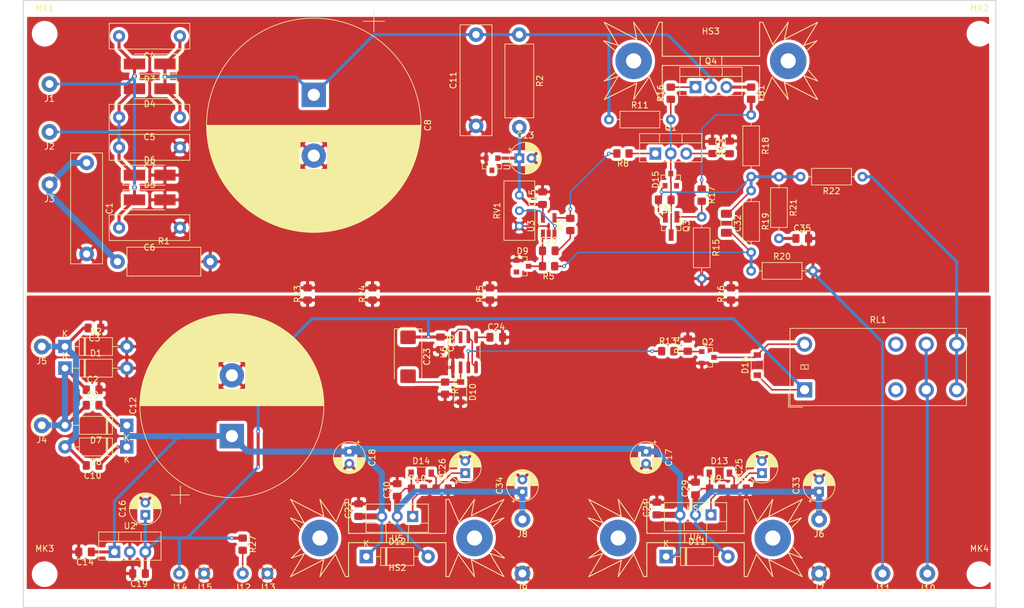
<source format=kicad_pcb>
(kicad_pcb (version 20171130) (host pcbnew "(5.1.9-0-10_14)")
  (layers (0 F.Cu signal) (31 B.Cu signal) (34 B.Paste user) (35 F.Paste user) (36 B.SilkS user) (37 F.SilkS user) (38 B.Mask user) (39 F.Mask user) (44 Edge.Cuts user))
  (net 0 "")
  (net 1 "Net-(C1-Pad1)")
  (net 2 "Net-(Q1-Pad1)")
  (net 3 "Net-(C5-Pad2)")
  (net 4 "Net-(C10-Pad1)")
  (net 5 GND_LV)
  (net 6 +5VDC)
  (net 7 "Net-(Q3-Pad1)")
  (net 8 GND_HV)
  (net 9 "Net-(Q2-Pad1)")
  (net 10 HV)
  (net 11 "Net-(C24-Pad1)")
  (net 12 "Net-(C26-Pad1)")
  (net 13 "Net-(C27-Pad1)")
  (net 14 "Net-(RV1-Pad2)")
  (net 15 "Net-(FB1-Pad2)")
  (net 16 "Net-(FB1-Pad1)")
  (net 17 "Net-(Q4-Pad1)")
  (net 18 "Net-(C2-Pad1)")
  (net 19 "Net-(C10-Pad2)")
  (net 20 "Net-(C4-Pad2)")
  (net 21 "Net-(C11-Pad2)")
  (net 22 "Net-(C13-Pad1)")
  (net 23 "Net-(C20-Pad2)")
  (net 24 "Net-(C20-Pad1)")
  (net 25 "Net-(C23-Pad2)")
  (net 26 "Net-(C25-Pad1)")
  (net 27 "Net-(C29-Pad1)")
  (net 28 "Net-(C30-Pad1)")
  (net 29 "Net-(C31-Pad2)")
  (net 30 "Net-(J10-Pad1)")
  (net 31 "Net-(J12-Pad1)")
  (net 32 "Net-(R3-Pad2)")
  (net 33 "Net-(R13-Pad1)")
  (net 34 "Net-(C31-Pad1)")
  (net 35 "Net-(C32-Pad2)")
  (net 36 "Net-(C35-Pad1)")
  (net 37 "Net-(D16-Pad2)")
  (module Diode_SMD:D_SOD-123 (layer F.Cu) (at 120.486 122.832)
    (fp_text reference D14 (at 0 -2) (layer F.SilkS))
    (fp_text value 1N4148W)
    (pad 2 smd rect (at 1.65 0) (size 0.9 1.2) (layers F.Cu F.Paste F.Mask) (net 12 "Net-(C26-Pad1)"))
    (pad 1 smd rect (at -1.65 0) (size 0.9 1.2) (layers F.Cu F.Paste F.Mask) (net 28 "Net-(C30-Pad1)"))
  )
  (module Capacitor_THT:CP_Radial_D5.0mm_P2.00mm (layer F.Cu) (at 127.724 122.832 90)
    (fp_text reference C26 (at 1 -3.75 90) (layer F.SilkS))
    (fp_text value 10uF/25V)
    (pad 2 thru_hole circle (at 2 0 90) (size 1.6 1.6) (drill 0.8) (layers *.Cu *.Mask) (net 5 GND_LV))
    (pad 1 thru_hole rect (at 0 0 90) (size 1.6 1.6) (drill 0.8) (layers *.Cu *.Mask) (net 12 "Net-(C26-Pad1)"))
  )
  (module Diode_SMD:D_SOD-123 (layer F.Cu) (at 169.506 122.832)
    (fp_text reference D13 (at 0 -2) (layer F.SilkS))
    (fp_text value 1N4148W)
    (pad 2 smd rect (at 1.65 0) (size 0.9 1.2) (layers F.Cu F.Paste F.Mask) (net 26 "Net-(C25-Pad1)"))
    (pad 1 smd rect (at -1.65 0) (size 0.9 1.2) (layers F.Cu F.Paste F.Mask) (net 27 "Net-(C29-Pad1)"))
  )
  (module Capacitor_THT:CP_Radial_D5.0mm_P2.00mm (layer F.Cu) (at 176.492 122.832 90)
    (fp_text reference C25 (at 1 -3.75 90) (layer F.SilkS))
    (fp_text value 10uF/25V)
    (pad 2 thru_hole circle (at 2 0 90) (size 1.6 1.6) (drill 0.8) (layers *.Cu *.Mask) (net 5 GND_LV))
    (pad 1 thru_hole rect (at 0 0 90) (size 1.6 1.6) (drill 0.8) (layers *.Cu *.Mask) (net 26 "Net-(C25-Pad1)"))
  )
  (module Capacitor_THT:CP_Radial_D5.0mm_P2.00mm (layer F.Cu) (at 157.442 119.276 270)
    (fp_text reference C17 (at 1 -3.75 90) (layer F.SilkS))
    (fp_text value 10uF/25V)
    (pad 2 thru_hole circle (at 2 0 270) (size 1.6 1.6) (drill 0.8) (layers *.Cu *.Mask) (net 5 GND_LV))
    (pad 1 thru_hole rect (at 0 0 270) (size 1.6 1.6) (drill 0.8) (layers *.Cu *.Mask) (net 4 "Net-(C10-Pad1)"))
  )
  (module Resistor_SMD:R_0805_2012Metric_Pad1.20x1.40mm_HandSolder (layer F.Cu) (at 101.816 93.352 90)
    (fp_text reference R23 (at 0 -1.65 90) (layer F.SilkS))
    (fp_text value 1R/0.5W)
    (pad 2 smd roundrect (at 1 0 90) (size 1.2 1.4) (layers F.Cu F.Paste F.Mask) (roundrect_rratio 0.208333) (net 8 GND_HV))
    (pad 1 smd roundrect (at -1 0 90) (size 1.2 1.4) (layers F.Cu F.Paste F.Mask) (roundrect_rratio 0.208333) (net 5 GND_LV))
  )
  (module Resistor_THT:R_Axial_DIN0414_L11.9mm_D4.5mm_P15.24mm_Horizontal (layer F.Cu) (at 70.574 88.034)
    (fp_text reference R1 (at 7.62 -3.37) (layer F.SilkS))
    (fp_text value 100R/2W)
    (pad 2 thru_hole oval (at 15.24 0) (size 2.4 2.4) (drill 1.2) (layers *.Cu *.Mask) (net 8 GND_HV))
    (pad 1 thru_hole circle (at 0 0) (size 2.4 2.4) (drill 1.2) (layers *.Cu *.Mask) (net 1 "Net-(C1-Pad1)"))
  )
  (module Diode_SMD:D_SMA_Handsoldering (layer F.Cu) (at 75.868 59.586 180)
    (fp_text reference D4 (at 0 -2.5) (layer F.SilkS))
    (fp_text value BYG20J)
    (pad 2 smd rect (at 2.5 0 180) (size 3.5 1.8) (layers F.Cu F.Paste F.Mask) (net 3 "Net-(C5-Pad2)"))
    (pad 1 smd rect (at -2.5 0 180) (size 3.5 1.8) (layers F.Cu F.Paste F.Mask) (net 21 "Net-(C11-Pad2)"))
  )
  (module Diode_SMD:D_SMA_Handsoldering (layer F.Cu) (at 75.868 73.81)
    (fp_text reference D6 (at 0 -2.5) (layer F.SilkS))
    (fp_text value BYG20J)
    (pad 2 smd rect (at 2.5 0) (size 3.5 1.8) (layers F.Cu F.Paste F.Mask) (net 8 GND_HV))
    (pad 1 smd rect (at -2.5 0) (size 3.5 1.8) (layers F.Cu F.Paste F.Mask) (net 3 "Net-(C5-Pad2)"))
  )
  (module Diode_SMD:D_SMA_Handsoldering (layer F.Cu) (at 75.868 77.874)
    (fp_text reference D5 (at 0 -2.5) (layer F.SilkS))
    (fp_text value BYG20J)
    (pad 2 smd rect (at 2.5 0) (size 3.5 1.8) (layers F.Cu F.Paste F.Mask) (net 8 GND_HV))
    (pad 1 smd rect (at -2.5 0) (size 3.5 1.8) (layers F.Cu F.Paste F.Mask) (net 20 "Net-(C4-Pad2)"))
  )
  (module Diode_SMD:D_SMA_Handsoldering (layer F.Cu) (at 75.868 55.522 180)
    (fp_text reference D3 (at 0 -2.5) (layer F.SilkS))
    (fp_text value BYG20J)
    (pad 2 smd rect (at 2.5 0 180) (size 3.5 1.8) (layers F.Cu F.Paste F.Mask) (net 20 "Net-(C4-Pad2)"))
    (pad 1 smd rect (at -2.5 0 180) (size 3.5 1.8) (layers F.Cu F.Paste F.Mask) (net 21 "Net-(C11-Pad2)"))
  )
  (module Capacitor_THT:C_Rect_L13.0mm_W4.0mm_P10.00mm_FKS3_FKP3_MKS4 (layer F.Cu) (at 80.828 69.238 180)
    (fp_text reference C7 (at 5 -3.25) (layer F.SilkS))
    (fp_text value 10nF/630V)
    (pad 2 thru_hole circle (at 10 0 180) (size 2 2) (drill 1) (layers *.Cu *.Mask) (net 3 "Net-(C5-Pad2)"))
    (pad 1 thru_hole circle (at 0 0 180) (size 2 2) (drill 1) (layers *.Cu *.Mask) (net 8 GND_HV))
  )
  (module Capacitor_THT:C_Rect_L13.0mm_W4.0mm_P10.00mm_FKS3_FKP3_MKS4 (layer F.Cu) (at 80.828 82.446 180)
    (fp_text reference C6 (at 5 -3.25) (layer F.SilkS))
    (fp_text value 10nF/630V)
    (pad 2 thru_hole circle (at 10 0 180) (size 2 2) (drill 1) (layers *.Cu *.Mask) (net 20 "Net-(C4-Pad2)"))
    (pad 1 thru_hole circle (at 0 0 180) (size 2 2) (drill 1) (layers *.Cu *.Mask) (net 8 GND_HV))
  )
  (module Capacitor_THT:C_Rect_L13.0mm_W4.0mm_P10.00mm_FKS3_FKP3_MKS4 (layer F.Cu) (at 80.828 64.285 180)
    (fp_text reference C5 (at 5 -3.25) (layer F.SilkS))
    (fp_text value 10nF/630V)
    (pad 2 thru_hole circle (at 10 0 180) (size 2 2) (drill 1) (layers *.Cu *.Mask) (net 3 "Net-(C5-Pad2)"))
    (pad 1 thru_hole circle (at 0 0 180) (size 2 2) (drill 1) (layers *.Cu *.Mask) (net 21 "Net-(C11-Pad2)"))
  )
  (module Capacitor_THT:C_Rect_L13.0mm_W4.0mm_P10.00mm_FKS3_FKP3_MKS4 (layer F.Cu) (at 80.828 50.95 180)
    (fp_text reference C4 (at 5 -3.25) (layer F.SilkS))
    (fp_text value 10nF/630V)
    (pad 2 thru_hole circle (at 10 0 180) (size 2 2) (drill 1) (layers *.Cu *.Mask) (net 20 "Net-(C4-Pad2)"))
    (pad 1 thru_hole circle (at 0 0 180) (size 2 2) (drill 1) (layers *.Cu *.Mask) (net 21 "Net-(C11-Pad2)"))
  )
  (module Package_SO:SOIC-8_3.9x4.9mm_P1.27mm (layer F.Cu) (at 127.597 102.955 90)
    (fp_text reference U6 (at 0 -3.4 90) (layer F.SilkS))
    (fp_text value TLC555CDR)
    (pad 8 smd roundrect (at 2.475 -1.905 90) (size 1.95 0.6) (layers F.Cu F.Paste F.Mask) (net 6 +5VDC))
    (pad 7 smd roundrect (at 2.475 -0.635 90) (size 1.95 0.6) (layers F.Cu F.Paste F.Mask))
    (pad 6 smd roundrect (at 2.475 0.635 90) (size 1.95 0.6) (layers F.Cu F.Paste F.Mask) (net 6 +5VDC))
    (pad 5 smd roundrect (at 2.475 1.905 90) (size 1.95 0.6) (layers F.Cu F.Paste F.Mask) (net 11 "Net-(C24-Pad1)"))
    (pad 4 smd roundrect (at -2.475 1.905 90) (size 1.95 0.6) (layers F.Cu F.Paste F.Mask) (net 6 +5VDC))
    (pad 3 smd roundrect (at -2.475 0.635 90) (size 1.95 0.6) (layers F.Cu F.Paste F.Mask) (net 33 "Net-(R13-Pad1)"))
    (pad 2 smd roundrect (at -2.475 -0.635 90) (size 1.95 0.6) (layers F.Cu F.Paste F.Mask) (net 25 "Net-(C23-Pad2)"))
    (pad 1 smd roundrect (at -2.475 -1.905 90) (size 1.95 0.6) (layers F.Cu F.Paste F.Mask) (net 5 GND_LV))
  )
  (module Resistor_SMD:R_0805_2012Metric_Pad1.20x1.40mm_HandSolder (layer F.Cu) (at 161.506 60.332 90)
    (fp_text reference R16 (at 0 -1.65 90) (layer F.SilkS))
    (fp_text value "100R 1/8W")
    (pad 2 smd roundrect (at 1 0 90) (size 1.2 1.4) (layers F.Cu F.Paste F.Mask) (roundrect_rratio 0.208333) (net 17 "Net-(Q4-Pad1)"))
    (pad 1 smd roundrect (at -1 0 90) (size 1.2 1.4) (layers F.Cu F.Paste F.Mask) (roundrect_rratio 0.208333) (net 34 "Net-(C31-Pad1)"))
  )
  (module Resistor_THT:R_Axial_DIN0207_L6.3mm_D2.5mm_P10.16mm_Horizontal (layer F.Cu) (at 193.002 74.064 180)
    (fp_text reference R22 (at 5.08 -2.37) (layer F.SilkS))
    (fp_text value 330R2W)
    (pad 2 thru_hole oval (at 10.16 0 180) (size 1.6 1.6) (drill 0.8) (layers *.Cu *.Mask) (net 29 "Net-(C31-Pad2)"))
    (pad 1 thru_hole circle (at 0 0 180) (size 1.6 1.6) (drill 0.8) (layers *.Cu *.Mask) (net 10 HV))
  )
  (module Resistor_THT:R_Axial_DIN0207_L6.3mm_D2.5mm_P10.16mm_Horizontal (layer F.Cu) (at 166.586 80.668 270)
    (fp_text reference R15 (at 5.08 -2.37 90) (layer F.SilkS))
    (fp_text value 200k/0.6W)
    (pad 2 thru_hole oval (at 10.16 0 270) (size 1.6 1.6) (drill 0.8) (layers *.Cu *.Mask) (net 8 GND_HV))
    (pad 1 thru_hole circle (at 0 0 270) (size 1.6 1.6) (drill 0.8) (layers *.Cu *.Mask) (net 7 "Net-(Q3-Pad1)"))
  )
  (module Resistor_THT:R_Axial_DIN0207_L6.3mm_D2.5mm_P10.16mm_Horizontal (layer F.Cu) (at 151.346 64.666)
    (fp_text reference R11 (at 5.08 -2.37) (layer F.SilkS))
    (fp_text value 470k/0.6W)
    (pad 2 thru_hole oval (at 10.16 0) (size 1.6 1.6) (drill 0.8) (layers *.Cu *.Mask) (net 34 "Net-(C31-Pad1)"))
    (pad 1 thru_hole circle (at 0 0) (size 1.6 1.6) (drill 0.8) (layers *.Cu *.Mask) (net 21 "Net-(C11-Pad2)"))
  )
  (module Resistor_THT:R_Axial_DIN0207_L6.3mm_D2.5mm_P10.16mm_Horizontal (layer F.Cu) (at 174.714 63.904 270)
    (fp_text reference R18 (at 5.08 -2.37 90) (layer F.SilkS))
    (fp_text value 12R/0.6W)
    (pad 2 thru_hole oval (at 10.16 0 270) (size 1.6 1.6) (drill 0.8) (layers *.Cu *.Mask) (net 29 "Net-(C31-Pad2)"))
    (pad 1 thru_hole circle (at 0 0 270) (size 1.6 1.6) (drill 0.8) (layers *.Cu *.Mask) (net 15 "Net-(FB1-Pad2)"))
  )
  (module Resistor_SMD:R_0805_2012Metric_Pad1.20x1.40mm_HandSolder (layer F.Cu) (at 174.714 60.332 270)
    (fp_text reference FB1 (at 0 -1.65 90) (layer F.SilkS))
    (fp_text value 600R@100MHz)
    (pad 2 smd roundrect (at 1 0 270) (size 1.2 1.4) (layers F.Cu F.Paste F.Mask) (roundrect_rratio 0.208333) (net 15 "Net-(FB1-Pad2)"))
    (pad 1 smd roundrect (at -1 0 270) (size 1.2 1.4) (layers F.Cu F.Paste F.Mask) (roundrect_rratio 0.208333) (net 16 "Net-(FB1-Pad1)"))
  )
  (module Capacitor_SMD:C_1206_3216Metric_Pad1.33x1.80mm_HandSolder (layer F.Cu) (at 170.65 81.7225 270)
    (fp_text reference C32 (at 0 -1.85 90) (layer F.SilkS))
    (fp_text value 10pF/500V)
    (pad 2 smd roundrect (at 1.5625 0 270) (size 1.325 1.8) (layers F.Cu F.Paste F.Mask) (roundrect_rratio 0.188679) (net 35 "Net-(C32-Pad2)"))
    (pad 1 smd roundrect (at -1.5625 0 270) (size 1.325 1.8) (layers F.Cu F.Paste F.Mask) (roundrect_rratio 0.188679) (net 29 "Net-(C31-Pad2)"))
  )
  (module Capacitor_SMD:C_0805_2012Metric_Pad1.18x1.45mm_HandSolder (layer F.Cu) (at 183.1175 84.224)
    (fp_text reference C35 (at 0 -1.68) (layer F.SilkS))
    (fp_text value 470pF/500V)
    (pad 2 smd roundrect (at 1.0375 0) (size 1.175 1.45) (layers F.Cu F.Paste F.Mask) (roundrect_rratio 0.212766) (net 8 GND_HV))
    (pad 1 smd roundrect (at -1.0375 0) (size 1.175 1.45) (layers F.Cu F.Paste F.Mask) (roundrect_rratio 0.212766) (net 36 "Net-(C35-Pad1)"))
  )
  (module Package_TO_SOT_SMD:SOT-23-5_HandSoldering (layer F.Cu) (at 141.44 82.192 90)
    (fp_text reference U3 (at 0 -2.9 90) (layer F.SilkS))
    (fp_text value LM321)
    (pad 5 smd rect (at 1.35 -0.95 90) (size 1.56 0.65) (layers F.Cu F.Paste F.Mask) (net 22 "Net-(C13-Pad1)"))
    (pad 4 smd rect (at 1.35 0.95 90) (size 1.56 0.65) (layers F.Cu F.Paste F.Mask) (net 32 "Net-(R3-Pad2)"))
    (pad 3 smd rect (at -1.35 0.95 90) (size 1.56 0.65) (layers F.Cu F.Paste F.Mask) (net 14 "Net-(RV1-Pad2)"))
    (pad 2 smd rect (at -1.35 0 90) (size 1.56 0.65) (layers F.Cu F.Paste F.Mask) (net 8 GND_HV))
    (pad 1 smd rect (at -1.35 -0.95 90) (size 1.56 0.65) (layers F.Cu F.Paste F.Mask) (net 24 "Net-(C20-Pad1)"))
  )
  (module Package_TO_SOT_THT:TO-220-3_Vertical (layer F.Cu) (at 165.57 59.332)
    (fp_text reference Q4 (at 2.54 -4.27) (layer F.SilkS))
    (fp_text value IRF840)
    (pad 3 thru_hole oval (at 5.08 0) (size 1.905 2) (drill 1.1) (layers *.Cu *.Mask) (net 16 "Net-(FB1-Pad1)"))
    (pad 2 thru_hole oval (at 2.54 0) (size 1.905 2) (drill 1.1) (layers *.Cu *.Mask) (net 21 "Net-(C11-Pad2)"))
    (pad 1 thru_hole rect (at 0 0) (size 1.905 2) (drill 1.1) (layers *.Cu *.Mask) (net 17 "Net-(Q4-Pad1)"))
  )
  (module Package_TO_SOT_SMD:SOT-23_Handsoldering (layer F.Cu) (at 161.572 82.168 270)
    (fp_text reference Q3 (at 0 -2.5 90) (layer F.SilkS))
    (fp_text value MMBT3904-TP)
    (pad 3 smd rect (at 1.5 0 270) (size 1.9 0.8) (layers F.Cu F.Paste F.Mask) (net 34 "Net-(C31-Pad1)"))
    (pad 2 smd rect (at -1.5 0.95 270) (size 1.9 0.8) (layers F.Cu F.Paste F.Mask) (net 29 "Net-(C31-Pad2)"))
    (pad 1 smd rect (at -1.5 -0.95 270) (size 1.9 0.8) (layers F.Cu F.Paste F.Mask) (net 7 "Net-(Q3-Pad1)"))
  )
  (module Package_TO_SOT_THT:TO-220-3_Vertical (layer F.Cu) (at 158.966 70.254)
    (fp_text reference Q1 (at 2.54 -4.27) (layer F.SilkS))
    (fp_text value IRF840)
    (pad 3 thru_hole oval (at 5.08 0) (size 1.905 2) (drill 1.1) (layers *.Cu *.Mask) (net 13 "Net-(C27-Pad1)"))
    (pad 2 thru_hole oval (at 2.54 0) (size 1.905 2) (drill 1.1) (layers *.Cu *.Mask) (net 34 "Net-(C31-Pad1)"))
    (pad 1 thru_hole rect (at 0 0) (size 1.905 2) (drill 1.1) (layers *.Cu *.Mask) (net 2 "Net-(Q1-Pad1)"))
  )
  (module Resistor_SMD:R_0805_2012Metric_Pad1.20x1.40mm_HandSolder (layer F.Cu) (at 171.412 93.352 90)
    (fp_text reference R26 (at 0 -1.65 90) (layer F.SilkS))
    (fp_text value 1R/0.5W)
    (pad 2 smd roundrect (at 1 0 90) (size 1.2 1.4) (layers F.Cu F.Paste F.Mask) (roundrect_rratio 0.208333) (net 8 GND_HV))
    (pad 1 smd roundrect (at -1 0 90) (size 1.2 1.4) (layers F.Cu F.Paste F.Mask) (roundrect_rratio 0.208333) (net 5 GND_LV))
  )
  (module Resistor_SMD:R_0805_2012Metric_Pad1.20x1.40mm_HandSolder (layer F.Cu) (at 131.788 93.352 90)
    (fp_text reference R25 (at 0 -1.65 90) (layer F.SilkS))
    (fp_text value 1R/0.5W)
    (pad 2 smd roundrect (at 1 0 90) (size 1.2 1.4) (layers F.Cu F.Paste F.Mask) (roundrect_rratio 0.208333) (net 8 GND_HV))
    (pad 1 smd roundrect (at -1 0 90) (size 1.2 1.4) (layers F.Cu F.Paste F.Mask) (roundrect_rratio 0.208333) (net 5 GND_LV))
  )
  (module Resistor_SMD:R_0805_2012Metric_Pad1.20x1.40mm_HandSolder (layer F.Cu) (at 112.484 93.352 90)
    (fp_text reference R24 (at 0 -1.65 90) (layer F.SilkS))
    (fp_text value 1R/0.5W)
    (pad 2 smd roundrect (at 1 0 90) (size 1.2 1.4) (layers F.Cu F.Paste F.Mask) (roundrect_rratio 0.208333) (net 8 GND_HV))
    (pad 1 smd roundrect (at -1 0 90) (size 1.2 1.4) (layers F.Cu F.Paste F.Mask) (roundrect_rratio 0.208333) (net 5 GND_LV))
  )
  (module Resistor_SMD:R_0805_2012Metric_Pad1.20x1.40mm_HandSolder (layer F.Cu) (at 166.586 77.096 270)
    (fp_text reference R17 (at 0 -1.65 90) (layer F.SilkS))
    (fp_text value 4.99k,1/8W)
    (pad 2 smd roundrect (at 1 0 270) (size 1.2 1.4) (layers F.Cu F.Paste F.Mask) (roundrect_rratio 0.208333) (net 7 "Net-(Q3-Pad1)"))
    (pad 1 smd roundrect (at -1 0 270) (size 1.2 1.4) (layers F.Cu F.Paste F.Mask) (roundrect_rratio 0.208333) (net 15 "Net-(FB1-Pad2)"))
  )
  (module Resistor_SMD:R_0805_2012Metric_Pad1.20x1.40mm_HandSolder (layer F.Cu) (at 168.888 125.372)
    (fp_text reference R9 (at 0 -1.65) (layer F.SilkS))
    (fp_text value "240R 1/8W")
    (pad 2 smd roundrect (at 1 0) (size 1.2 1.4) (layers F.Cu F.Paste F.Mask) (roundrect_rratio 0.208333) (net 26 "Net-(C25-Pad1)"))
    (pad 1 smd roundrect (at -1 0) (size 1.2 1.4) (layers F.Cu F.Paste F.Mask) (roundrect_rratio 0.208333) (net 27 "Net-(C29-Pad1)"))
  )
  (module Resistor_SMD:R_0805_2012Metric_Pad1.20x1.40mm_HandSolder (layer F.Cu) (at 119.866 125.372)
    (fp_text reference R10 (at 0 -1.65) (layer F.SilkS))
    (fp_text value "240R 1/8W")
    (pad 2 smd roundrect (at 1 0) (size 1.2 1.4) (layers F.Cu F.Paste F.Mask) (roundrect_rratio 0.208333) (net 12 "Net-(C26-Pad1)"))
    (pad 1 smd roundrect (at -1 0) (size 1.2 1.4) (layers F.Cu F.Paste F.Mask) (roundrect_rratio 0.208333) (net 28 "Net-(C30-Pad1)"))
  )
  (module Resistor_SMD:R_0805_2012Metric_Pad1.20x1.40mm_HandSolder (layer F.Cu) (at 123.93 125.372)
    (fp_text reference R7 (at 0 -1.65) (layer F.SilkS))
    (fp_text value "976R 1/8W")
    (pad 2 smd roundrect (at 1 0) (size 1.2 1.4) (layers F.Cu F.Paste F.Mask) (roundrect_rratio 0.208333) (net 5 GND_LV))
    (pad 1 smd roundrect (at -1 0) (size 1.2 1.4) (layers F.Cu F.Paste F.Mask) (roundrect_rratio 0.208333) (net 12 "Net-(C26-Pad1)"))
  )
  (module Resistor_SMD:R_0805_2012Metric_Pad1.20x1.40mm_HandSolder (layer F.Cu) (at 172.92 125.372)
    (fp_text reference R6 (at 0 -1.65) (layer F.SilkS))
    (fp_text value "976R 1/8W")
    (pad 2 smd roundrect (at 1 0) (size 1.2 1.4) (layers F.Cu F.Paste F.Mask) (roundrect_rratio 0.208333) (net 5 GND_LV))
    (pad 1 smd roundrect (at -1 0) (size 1.2 1.4) (layers F.Cu F.Paste F.Mask) (roundrect_rratio 0.208333) (net 26 "Net-(C25-Pad1)"))
  )
  (module Resistor_SMD:R_0805_2012Metric_Pad1.20x1.40mm_HandSolder (layer F.Cu) (at 91.148 134.516 270)
    (fp_text reference R27 (at 0 -1.65 90) (layer F.SilkS))
    (fp_text value "470R 1/8W")
    (pad 2 smd roundrect (at 1 0 270) (size 1.2 1.4) (layers F.Cu F.Paste F.Mask) (roundrect_rratio 0.208333) (net 31 "Net-(J12-Pad1)"))
    (pad 1 smd roundrect (at -1 0 270) (size 1.2 1.4) (layers F.Cu F.Paste F.Mask) (roundrect_rratio 0.208333) (net 6 +5VDC))
  )
  (module Resistor_SMD:R_0805_2012Metric_Pad1.20x1.40mm_HandSolder (layer F.Cu) (at 164.3 101.766 90)
    (fp_text reference R14 (at 0 -1.65 90) (layer F.SilkS))
    (fp_text value "2.49k 1/8W")
    (pad 2 smd roundrect (at 1 0 90) (size 1.2 1.4) (layers F.Cu F.Paste F.Mask) (roundrect_rratio 0.208333) (net 5 GND_LV))
    (pad 1 smd roundrect (at -1 0 90) (size 1.2 1.4) (layers F.Cu F.Paste F.Mask) (roundrect_rratio 0.208333) (net 9 "Net-(Q2-Pad1)"))
  )
  (module Resistor_SMD:R_0805_2012Metric_Pad1.20x1.40mm_HandSolder (layer F.Cu) (at 161.014 102.766)
    (fp_text reference R13 (at 0 -1.65) (layer F.SilkS))
    (fp_text value "2.49k 1/8W")
    (pad 2 smd roundrect (at 1 0) (size 1.2 1.4) (layers F.Cu F.Paste F.Mask) (roundrect_rratio 0.208333) (net 9 "Net-(Q2-Pad1)"))
    (pad 1 smd roundrect (at -1 0) (size 1.2 1.4) (layers F.Cu F.Paste F.Mask) (roundrect_rratio 0.208333) (net 33 "Net-(R13-Pad1)"))
  )
  (module Resistor_SMD:R_0805_2012Metric_Pad1.20x1.40mm_HandSolder (layer F.Cu) (at 124.422 108.846 270)
    (fp_text reference R4 (at 0 -1.65 90) (layer F.SilkS))
    (fp_text value "1Meg 1/8W")
    (pad 2 smd roundrect (at 1 0 270) (size 1.2 1.4) (layers F.Cu F.Paste F.Mask) (roundrect_rratio 0.208333) (net 5 GND_LV))
    (pad 1 smd roundrect (at -1 0 270) (size 1.2 1.4) (layers F.Cu F.Paste F.Mask) (roundrect_rratio 0.208333) (net 25 "Net-(C23-Pad2)"))
  )
  (module Capacitor_SMD:C_0805_2012Metric_Pad1.18x1.45mm_HandSolder (layer F.Cu) (at 165.57 125.3505 90)
    (fp_text reference C29 (at 0 -1.68 90) (layer F.SilkS))
    (fp_text value 100nF/50V)
    (pad 2 smd roundrect (at 1.0375 0 90) (size 1.175 1.45) (layers F.Cu F.Paste F.Mask) (roundrect_rratio 0.212766) (net 5 GND_LV))
    (pad 1 smd roundrect (at -1.0375 0 90) (size 1.175 1.45) (layers F.Cu F.Paste F.Mask) (roundrect_rratio 0.212766) (net 27 "Net-(C29-Pad1)"))
  )
  (module Capacitor_SMD:C_0805_2012Metric_Pad1.18x1.45mm_HandSolder (layer F.Cu) (at 116.548 125.6045 90)
    (fp_text reference C30 (at 0 -1.68 90) (layer F.SilkS))
    (fp_text value 100nF/50V)
    (pad 2 smd roundrect (at 1.0375 0 90) (size 1.175 1.45) (layers F.Cu F.Paste F.Mask) (roundrect_rratio 0.212766) (net 5 GND_LV))
    (pad 1 smd roundrect (at -1.0375 0 90) (size 1.175 1.45) (layers F.Cu F.Paste F.Mask) (roundrect_rratio 0.212766) (net 28 "Net-(C30-Pad1)"))
  )
  (module Capacitor_SMD:C_0805_2012Metric_Pad1.18x1.45mm_HandSolder (layer F.Cu) (at 159.22 128.6525 90)
    (fp_text reference C21 (at 0 -1.68 90) (layer F.SilkS))
    (fp_text value 100nF/50V)
    (pad 2 smd roundrect (at 1.0375 0 90) (size 1.175 1.45) (layers F.Cu F.Paste F.Mask) (roundrect_rratio 0.212766) (net 5 GND_LV))
    (pad 1 smd roundrect (at -1.0375 0 90) (size 1.175 1.45) (layers F.Cu F.Paste F.Mask) (roundrect_rratio 0.212766) (net 4 "Net-(C10-Pad1)"))
  )
  (module Capacitor_SMD:C_0805_2012Metric_Pad1.18x1.45mm_HandSolder (layer F.Cu) (at 110.198 128.9065 90)
    (fp_text reference C22 (at 0 -1.68 90) (layer F.SilkS))
    (fp_text value 100nF/50V)
    (pad 2 smd roundrect (at 1.0375 0 90) (size 1.175 1.45) (layers F.Cu F.Paste F.Mask) (roundrect_rratio 0.212766) (net 5 GND_LV))
    (pad 1 smd roundrect (at -1.0375 0 90) (size 1.175 1.45) (layers F.Cu F.Paste F.Mask) (roundrect_rratio 0.212766) (net 4 "Net-(C10-Pad1)"))
  )
  (module Capacitor_SMD:C_0805_2012Metric_Pad1.18x1.45mm_HandSolder (layer F.Cu) (at 123.66 101.4745 270)
    (fp_text reference C28 (at 0 -1.68 90) (layer F.SilkS))
    (fp_text value 100nF/50V)
    (pad 2 smd roundrect (at 1.0375 0 270) (size 1.175 1.45) (layers F.Cu F.Paste F.Mask) (roundrect_rratio 0.212766) (net 5 GND_LV))
    (pad 1 smd roundrect (at -1.0375 0 270) (size 1.175 1.45) (layers F.Cu F.Paste F.Mask) (roundrect_rratio 0.212766) (net 6 +5VDC))
  )
  (module Capacitor_SMD:C_0805_2012Metric_Pad1.18x1.45mm_HandSolder (layer F.Cu) (at 132.8255 100.48)
    (fp_text reference C24 (at 0 -1.68) (layer F.SilkS))
    (fp_text value 100nF/50V)
    (pad 2 smd roundrect (at 1.0375 0) (size 1.175 1.45) (layers F.Cu F.Paste F.Mask) (roundrect_rratio 0.212766) (net 5 GND_LV))
    (pad 1 smd roundrect (at -1.0375 0) (size 1.175 1.45) (layers F.Cu F.Paste F.Mask) (roundrect_rratio 0.212766) (net 11 "Net-(C24-Pad1)"))
  )
  (module Capacitor_SMD:C_0805_2012Metric_Pad1.18x1.45mm_HandSolder (layer F.Cu) (at 74.1085 139.342 180)
    (fp_text reference C19 (at 0 -1.68) (layer F.SilkS))
    (fp_text value 100nF/50V)
    (pad 2 smd roundrect (at 1.0375 0 180) (size 1.175 1.45) (layers F.Cu F.Paste F.Mask) (roundrect_rratio 0.212766) (net 5 GND_LV))
    (pad 1 smd roundrect (at -1.0375 0 180) (size 1.175 1.45) (layers F.Cu F.Paste F.Mask) (roundrect_rratio 0.212766) (net 6 +5VDC))
  )
  (module Capacitor_SMD:C_0805_2012Metric_Pad1.18x1.45mm_HandSolder (layer F.Cu) (at 65.24 135.786 180)
    (fp_text reference C14 (at 0 -1.68) (layer F.SilkS))
    (fp_text value 330nF/50V)
    (pad 2 smd roundrect (at 1.0375 0 180) (size 1.175 1.45) (layers F.Cu F.Paste F.Mask) (roundrect_rratio 0.212766) (net 5 GND_LV))
    (pad 1 smd roundrect (at -1.0375 0 180) (size 1.175 1.45) (layers F.Cu F.Paste F.Mask) (roundrect_rratio 0.212766) (net 4 "Net-(C10-Pad1)"))
  )
  (module Package_TO_SOT_THT:TO-220-3_Vertical (layer F.Cu) (at 70.066 135.786)
    (fp_text reference U2 (at 2.54 -4.27) (layer F.SilkS))
    (fp_text value LM7805_TO220)
    (pad 3 thru_hole oval (at 5.08 0) (size 1.905 2) (drill 1.1) (layers *.Cu *.Mask) (net 6 +5VDC))
    (pad 2 thru_hole oval (at 2.54 0) (size 1.905 2) (drill 1.1) (layers *.Cu *.Mask) (net 5 GND_LV))
    (pad 1 thru_hole rect (at 0 0) (size 1.905 2) (drill 1.1) (layers *.Cu *.Mask) (net 4 "Net-(C10-Pad1)"))
  )
  (module Connector_Pin:Pin_D1.3mm_L11.0mm (layer F.Cu) (at 137.122 139.342)
    (fp_text reference J9 (at 0 2.4) (layer F.SilkS))
    (fp_text value GND_LV2)
    (pad 1 thru_hole circle (at 0 0) (size 2.6 2.6) (drill 1.3) (layers *.Cu *.Mask) (net 5 GND_LV))
  )
  (module Connector_Pin:Pin_D1.3mm_L11.0mm (layer F.Cu) (at 137.122 130.452)
    (fp_text reference J8 (at 0 2.4) (layer F.SilkS))
    (fp_text value LV2)
    (pad 1 thru_hole circle (at 0 0) (size 2.6 2.6) (drill 1.3) (layers *.Cu *.Mask) (net 28 "Net-(C30-Pad1)"))
  )
  (module Connector_Pin:Pin_D1.3mm_L11.0mm (layer F.Cu) (at 185.89 139.342)
    (fp_text reference J7 (at 0 2.4) (layer F.SilkS))
    (fp_text value GND_LV1)
    (pad 1 thru_hole circle (at 0 0) (size 2.6 2.6) (drill 1.3) (layers *.Cu *.Mask) (net 5 GND_LV))
  )
  (module Connector_Pin:Pin_D1.3mm_L11.0mm (layer F.Cu) (at 185.89 130.452)
    (fp_text reference J6 (at 0 2.4) (layer F.SilkS))
    (fp_text value LV1)
    (pad 1 thru_hole circle (at 0 0) (size 2.6 2.6) (drill 1.3) (layers *.Cu *.Mask) (net 27 "Net-(C29-Pad1)"))
  )
  (module Connector_Pin:Pin_D1.3mm_L11.0mm (layer F.Cu) (at 58.128 102.004)
    (fp_text reference J5 (at 0 2.4) (layer F.SilkS))
    (fp_text value AC-LV)
    (pad 1 thru_hole circle (at 0 0) (size 2.6 2.6) (drill 1.3) (layers *.Cu *.Mask) (net 19 "Net-(C10-Pad2)"))
  )
  (module Connector_Pin:Pin_D1.3mm_L11.0mm (layer F.Cu) (at 58.128 114.958)
    (fp_text reference J4 (at 0 2.4) (layer F.SilkS))
    (fp_text value AC-LV)
    (pad 1 thru_hole circle (at 0 0) (size 2.6 2.6) (drill 1.3) (layers *.Cu *.Mask) (net 18 "Net-(C2-Pad1)"))
  )
  (module Connector_Pin:Pin_D1.3mm_L11.0mm (layer F.Cu) (at 59.398 75.334)
    (fp_text reference J3 (at 0 2.4) (layer F.SilkS))
    (fp_text value EARTH)
    (pad 1 thru_hole circle (at 0 0) (size 2.6 2.6) (drill 1.3) (layers *.Cu *.Mask) (net 1 "Net-(C1-Pad1)"))
  )
  (module Connector_Pin:Pin_D1.3mm_L11.0mm (layer F.Cu) (at 59.398 66.698)
    (fp_text reference J2 (at 0 2.4) (layer F.SilkS))
    (fp_text value AC-HV)
    (pad 1 thru_hole circle (at 0 0) (size 2.6 2.6) (drill 1.3) (layers *.Cu *.Mask) (net 3 "Net-(C5-Pad2)"))
  )
  (module Connector_Pin:Pin_D1.3mm_L11.0mm (layer F.Cu) (at 59.398 58.824)
    (fp_text reference J1 (at 0 2.4) (layer F.SilkS))
    (fp_text value AC-HV)
    (pad 1 thru_hole circle (at 0 0) (size 2.6 2.6) (drill 1.3) (layers *.Cu *.Mask) (net 20 "Net-(C4-Pad2)"))
  )
  (module Capacitor_THT:CP_Radial_D5.0mm_P2.00mm (layer F.Cu) (at 137.122 125.88 90)
    (fp_text reference C34 (at 1 -3.75 90) (layer F.SilkS))
    (fp_text value 1uF/25V)
    (pad 2 thru_hole circle (at 2 0 90) (size 1.6 1.6) (drill 0.8) (layers *.Cu *.Mask) (net 5 GND_LV))
    (pad 1 thru_hole rect (at 0 0 90) (size 1.6 1.6) (drill 0.8) (layers *.Cu *.Mask) (net 28 "Net-(C30-Pad1)"))
  )
  (module Capacitor_THT:CP_Radial_D5.0mm_P2.00mm (layer F.Cu) (at 185.89 125.88 90)
    (fp_text reference C33 (at 1 -3.75 90) (layer F.SilkS))
    (fp_text value 1uF/25V)
    (pad 2 thru_hole circle (at 2 0 90) (size 1.6 1.6) (drill 0.8) (layers *.Cu *.Mask) (net 5 GND_LV))
    (pad 1 thru_hole rect (at 0 0 90) (size 1.6 1.6) (drill 0.8) (layers *.Cu *.Mask) (net 27 "Net-(C29-Pad1)"))
  )
  (module Capacitor_THT:CP_Radial_D5.0mm_P2.00mm (layer F.Cu) (at 108.674 119.276 270)
    (fp_text reference C18 (at 1 -3.75 90) (layer F.SilkS))
    (fp_text value 10uF/25V)
    (pad 2 thru_hole circle (at 2 0 270) (size 1.6 1.6) (drill 0.8) (layers *.Cu *.Mask) (net 5 GND_LV))
    (pad 1 thru_hole rect (at 0 0 270) (size 1.6 1.6) (drill 0.8) (layers *.Cu *.Mask) (net 4 "Net-(C10-Pad1)"))
  )
  (module Capacitor_Tantalum_SMD:CP_EIA-7343-31_Kemet-D_Pad2.25x2.55mm_HandSolder (layer F.Cu) (at 118.326 103.68 270)
    (fp_text reference C23 (at 0 -3.1 90) (layer F.SilkS))
    (fp_text value 15uF/25V)
    (pad 2 smd roundrect (at 3.2 0 270) (size 2.25 2.55) (layers F.Cu F.Paste F.Mask) (roundrect_rratio 0.111111) (net 25 "Net-(C23-Pad2)"))
    (pad 1 smd roundrect (at -3.2 0 270) (size 2.25 2.55) (layers F.Cu F.Paste F.Mask) (roundrect_rratio 0.111111) (net 6 +5VDC))
  )
  (module Capacitor_THT:CP_Radial_D5.0mm_P2.00mm (layer F.Cu) (at 75.146 129.69 90)
    (fp_text reference C16 (at 1 -3.75 90) (layer F.SilkS))
    (fp_text value 10uF/25V)
    (pad 2 thru_hole circle (at 2 0 90) (size 1.6 1.6) (drill 0.8) (layers *.Cu *.Mask) (net 5 GND_LV))
    (pad 1 thru_hole rect (at 0 0 90) (size 1.6 1.6) (drill 0.8) (layers *.Cu *.Mask) (net 6 +5VDC))
  )
  (module Package_TO_SOT_SMD:SOT-23 (layer F.Cu) (at 132.108 72.016 270)
    (fp_text reference U1 (at 0 -2.5 90) (layer F.SilkS))
    (fp_text value LM4040DBZ-10)
    (pad 3 smd rect (at 1 0 270) (size 0.9 0.8) (layers F.Cu F.Paste F.Mask))
    (pad 2 smd rect (at -1 0.95 270) (size 0.9 0.8) (layers F.Cu F.Paste F.Mask) (net 8 GND_HV))
    (pad 1 smd rect (at -1 -0.95 270) (size 0.9 0.8) (layers F.Cu F.Paste F.Mask) (net 22 "Net-(C13-Pad1)"))
  )
  (module Potentiometer_THT:Potentiometer_Bourns_3296W_Vertical (layer F.Cu) (at 136.614 77.112 90)
    (fp_text reference RV1 (at -2.54 -3.66 90) (layer F.SilkS))
    (fp_text value 100k)
    (pad 3 thru_hole circle (at -5.08 0 90) (size 1.44 1.44) (drill 0.8) (layers *.Cu *.Mask) (net 8 GND_HV))
    (pad 2 thru_hole circle (at -2.54 0 90) (size 1.44 1.44) (drill 0.8) (layers *.Cu *.Mask) (net 14 "Net-(RV1-Pad2)"))
    (pad 1 thru_hole circle (at 0 0 90) (size 1.44 1.44) (drill 0.8) (layers *.Cu *.Mask) (net 22 "Net-(C13-Pad1)"))
  )
  (module Relay_THT:Relay_DPDT_Omron_G2RL (layer F.Cu) (at 183.496 109.116)
    (fp_text reference RL1 (at 12.1 -11.5 180) (layer F.SilkS))
    (fp_text value G2RL-2-DC5)
    (pad 8 thru_hole oval (at 0 -7.5 90) (size 2.5 2.5) (drill 1.5) (layers *.Cu *.Mask) (net 37 "Net-(D16-Pad2)"))
    (pad 7 thru_hole oval (at 15 -7.5 90) (size 2.5 2.5) (drill 1.5) (layers *.Cu *.Mask))
    (pad 6 thru_hole oval (at 20 -7.5 90) (size 2.5 2.5) (drill 1.5) (layers *.Cu *.Mask) (net 30 "Net-(J10-Pad1)"))
    (pad 5 thru_hole oval (at 25 -7.5 90) (size 2.5 2.5) (drill 1.5) (layers *.Cu *.Mask) (net 10 HV))
    (pad 4 thru_hole oval (at 25 0 90) (size 2.5 2.5) (drill 1.5) (layers *.Cu *.Mask) (net 10 HV))
    (pad 3 thru_hole oval (at 20 0 90) (size 2.5 2.5) (drill 1.5) (layers *.Cu *.Mask) (net 30 "Net-(J10-Pad1)"))
    (pad 2 thru_hole oval (at 15 0 90) (size 2.5 2.5) (drill 1.5) (layers *.Cu *.Mask))
    (pad 1 thru_hole rect (at 0 0 90) (size 2.5 2.5) (drill 1.5) (layers *.Cu *.Mask) (net 6 +5VDC))
  )
  (module Resistor_THT:R_Axial_DIN0207_L6.3mm_D2.5mm_P10.16mm_Horizontal (layer F.Cu) (at 179.286 74.064 270)
    (fp_text reference R21 (at 5.08 -2.37 90) (layer F.SilkS))
    (fp_text value 750/0.6W)
    (pad 2 thru_hole oval (at 10.16 0 270) (size 1.6 1.6) (drill 0.8) (layers *.Cu *.Mask) (net 36 "Net-(C35-Pad1)"))
    (pad 1 thru_hole circle (at 0 0 270) (size 1.6 1.6) (drill 0.8) (layers *.Cu *.Mask) (net 29 "Net-(C31-Pad2)"))
  )
  (module Resistor_SMD:R_0805_2012Metric_Pad1.20x1.40mm_HandSolder (layer F.Cu) (at 168.364 69.254 270)
    (fp_text reference R12 (at 0 -1.65 90) (layer F.SilkS))
    (fp_text value "2.7k 1/8W")
    (pad 2 smd roundrect (at 1 0 270) (size 1.2 1.4) (layers F.Cu F.Paste F.Mask) (roundrect_rratio 0.208333) (net 13 "Net-(C27-Pad1)"))
    (pad 1 smd roundrect (at -1 0 270) (size 1.2 1.4) (layers F.Cu F.Paste F.Mask) (roundrect_rratio 0.208333) (net 8 GND_HV))
  )
  (module Resistor_SMD:R_0805_2012Metric_Pad1.20x1.40mm_HandSolder (layer F.Cu) (at 141.424 88.796 180)
    (fp_text reference R5 (at 0 -1.65) (layer F.SilkS))
    (fp_text value "10K 1/8W")
    (pad 2 smd roundrect (at 1 0 180) (size 1.2 1.4) (layers F.Cu F.Paste F.Mask) (roundrect_rratio 0.208333) (net 24 "Net-(C20-Pad1)"))
    (pad 1 smd roundrect (at -1 0 180) (size 1.2 1.4) (layers F.Cu F.Paste F.Mask) (roundrect_rratio 0.208333) (net 35 "Net-(C32-Pad2)"))
  )
  (module Resistor_SMD:R_0805_2012Metric_Pad1.20x1.40mm_HandSolder (layer F.Cu) (at 153.648 70.254 180)
    (fp_text reference R8 (at 0 -1.65) (layer F.SilkS))
    (fp_text value "100R 1/8W")
    (pad 2 smd roundrect (at 1 0 180) (size 1.2 1.4) (layers F.Cu F.Paste F.Mask) (roundrect_rratio 0.208333) (net 32 "Net-(R3-Pad2)"))
    (pad 1 smd roundrect (at -1 0 180) (size 1.2 1.4) (layers F.Cu F.Paste F.Mask) (roundrect_rratio 0.208333) (net 2 "Net-(Q1-Pad1)"))
  )
  (module Resistor_SMD:R_0805_2012Metric_Pad1.20x1.40mm_HandSolder (layer F.Cu) (at 144.996 81.922 90)
    (fp_text reference R3 (at 0 -1.65 90) (layer F.SilkS))
    (fp_text value "0R 1/8W")
    (pad 2 smd roundrect (at 1 0 90) (size 1.2 1.4) (layers F.Cu F.Paste F.Mask) (roundrect_rratio 0.208333) (net 32 "Net-(R3-Pad2)"))
    (pad 1 smd roundrect (at -1 0 90) (size 1.2 1.4) (layers F.Cu F.Paste F.Mask) (roundrect_rratio 0.208333) (net 23 "Net-(C20-Pad2)"))
  )
  (module Resistor_THT:R_Axial_DIN0414_L11.9mm_D4.5mm_P15.24mm_Horizontal (layer F.Cu) (at 136.614 50.696 270)
    (fp_text reference R2 (at 7.62 -3.37 90) (layer F.SilkS))
    (fp_text value 100k/2W)
    (pad 2 thru_hole oval (at 15.24 0 270) (size 2.4 2.4) (drill 1.2) (layers *.Cu *.Mask) (net 22 "Net-(C13-Pad1)"))
    (pad 1 thru_hole circle (at 0 0 270) (size 2.4 2.4) (drill 1.2) (layers *.Cu *.Mask) (net 21 "Net-(C11-Pad2)"))
  )
  (module Resistor_THT:R_Axial_DIN0207_L6.3mm_D2.5mm_P10.16mm_Horizontal (layer F.Cu) (at 174.714 89.558)
    (fp_text reference R20 (at 5.08 -2.37) (layer F.SilkS))
    (fp_text value 10K/0.6W)
    (pad 2 thru_hole oval (at 10.16 0) (size 1.6 1.6) (drill 0.8) (layers *.Cu *.Mask) (net 8 GND_HV))
    (pad 1 thru_hole circle (at 0 0) (size 1.6 1.6) (drill 0.8) (layers *.Cu *.Mask) (net 35 "Net-(C32-Pad2)"))
  )
  (module Resistor_THT:R_Axial_DIN0207_L6.3mm_D2.5mm_P10.16mm_Horizontal (layer F.Cu) (at 174.714 76.35 270)
    (fp_text reference R19 (at 5.08 -2.37 90) (layer F.SilkS))
    (fp_text value 402K/0.6W)
    (pad 2 thru_hole oval (at 10.16 0 270) (size 1.6 1.6) (drill 0.8) (layers *.Cu *.Mask) (net 35 "Net-(C32-Pad2)"))
    (pad 1 thru_hole circle (at 0 0 270) (size 1.6 1.6) (drill 0.8) (layers *.Cu *.Mask) (net 29 "Net-(C31-Pad2)"))
  )
  (module Connector_Pin:Pin_D1.0mm_L10.0mm (layer F.Cu) (at 84.798 139.342)
    (fp_text reference J15 (at 0 2.25) (layer F.SilkS))
    (fp_text value GND_5V)
    (pad 1 thru_hole circle (at 0 0) (size 2 2) (drill 1) (layers *.Cu *.Mask) (net 5 GND_LV))
  )
  (module Connector_Pin:Pin_D1.0mm_L10.0mm (layer F.Cu) (at 80.734 139.342)
    (fp_text reference J14 (at 0 2.25) (layer F.SilkS))
    (fp_text value +5V)
    (pad 1 thru_hole circle (at 0 0) (size 2 2) (drill 1) (layers *.Cu *.Mask) (net 6 +5VDC))
  )
  (module Connector_Pin:Pin_D1.0mm_L10.0mm (layer F.Cu) (at 95.212 139.342)
    (fp_text reference J13 (at 0 2.25) (layer F.SilkS))
    (fp_text value GND_LED)
    (pad 1 thru_hole circle (at 0 0) (size 2 2) (drill 1) (layers *.Cu *.Mask) (net 5 GND_LV))
  )
  (module Connector_Pin:Pin_D1.0mm_L10.0mm (layer F.Cu) (at 91.148 139.342)
    (fp_text reference J12 (at 0 2.25) (layer F.SilkS))
    (fp_text value LED)
    (pad 1 thru_hole circle (at 0 0) (size 2 2) (drill 1) (layers *.Cu *.Mask) (net 31 "Net-(J12-Pad1)"))
  )
  (module Connector_Pin:Pin_D1.3mm_L11.0mm (layer F.Cu) (at 196.304 139.342)
    (fp_text reference J11 (at 0 2.4) (layer F.SilkS))
    (fp_text value GND_HV)
    (pad 1 thru_hole circle (at 0 0) (size 2.6 2.6) (drill 1.3) (layers *.Cu *.Mask) (net 8 GND_HV))
  )
  (module Connector_Pin:Pin_D1.3mm_L11.0mm (layer F.Cu) (at 203.67 139.342)
    (fp_text reference J10 (at 0 2.4) (layer F.SilkS))
    (fp_text value HV)
    (pad 1 thru_hole circle (at 0 0) (size 2.6 2.6) (drill 1.3) (layers *.Cu *.Mask) (net 30 "Net-(J10-Pad1)"))
  )
  (module Diode_SMD:D_SOD-123 (layer F.Cu) (at 175.73 105.052 90)
    (fp_text reference D16 (at 0 -2 90) (layer F.SilkS))
    (fp_text value 1N4148W)
    (pad 2 smd rect (at 1.65 0 90) (size 0.9 1.2) (layers F.Cu F.Paste F.Mask) (net 37 "Net-(D16-Pad2)"))
    (pad 1 smd rect (at -1.65 0 90) (size 0.9 1.2) (layers F.Cu F.Paste F.Mask) (net 6 +5VDC))
  )
  (module Diode_SMD:D_SOT-23_ANK (layer F.Cu) (at 161.506 74.556 90)
    (fp_text reference D15 (at 0 -2.5 90) (layer F.SilkS))
    (fp_text value BZX84C15)
    (pad 1 smd rect (at 1 0 90) (size 0.9 0.8) (layers F.Cu F.Paste F.Mask) (net 34 "Net-(C31-Pad1)"))
    (pad "" smd rect (at -1 0.95 90) (size 0.9 0.8) (layers F.Cu F.Paste F.Mask))
    (pad 2 smd rect (at -1 -0.95 90) (size 0.9 0.8) (layers F.Cu F.Paste F.Mask) (net 29 "Net-(C31-Pad2)"))
  )
  (module Diode_THT:D_DO-41_SOD81_P10.16mm_Horizontal (layer F.Cu) (at 111.468 136.548)
    (fp_text reference D12 (at 5.08 -2.47) (layer F.SilkS))
    (fp_text value 1N4007)
    (fp_text user K (at 0 -2.1) (layer F.SilkS))
    (pad 2 thru_hole oval (at 10.16 0) (size 2.2 2.2) (drill 1.1) (layers *.Cu *.Mask) (net 28 "Net-(C30-Pad1)"))
    (pad 1 thru_hole rect (at 0 0) (size 2.2 2.2) (drill 1.1) (layers *.Cu *.Mask) (net 4 "Net-(C10-Pad1)"))
  )
  (module Diode_THT:D_DO-41_SOD81_P10.16mm_Horizontal (layer F.Cu) (at 160.744 136.548)
    (fp_text reference D11 (at 5.08 -2.47) (layer F.SilkS))
    (fp_text value 1N4007)
    (fp_text user K (at 0 -2.1) (layer F.SilkS))
    (pad 2 thru_hole oval (at 10.16 0) (size 2.2 2.2) (drill 1.1) (layers *.Cu *.Mask) (net 27 "Net-(C29-Pad1)"))
    (pad 1 thru_hole rect (at 0 0) (size 2.2 2.2) (drill 1.1) (layers *.Cu *.Mask) (net 4 "Net-(C10-Pad1)"))
  )
  (module Package_TO_SOT_SMD:SOT-23 (layer F.Cu) (at 137.138 88.796)
    (fp_text reference D9 (at 0 -2.5) (layer F.SilkS))
    (fp_text value BAT54C)
    (pad 3 smd rect (at 1 0) (size 0.9 0.8) (layers F.Cu F.Paste F.Mask) (net 24 "Net-(C20-Pad1)"))
    (pad 2 smd rect (at -1 0.95) (size 0.9 0.8) (layers F.Cu F.Paste F.Mask))
    (pad 1 smd rect (at -1 -0.95) (size 0.9 0.8) (layers F.Cu F.Paste F.Mask) (net 8 GND_HV))
  )
  (module Diode_SMD:D_SOD-123 (layer F.Cu) (at 126.962 109.496 270)
    (fp_text reference D10 (at 0 -2 90) (layer F.SilkS))
    (fp_text value 1N4148W)
    (pad 2 smd rect (at 1.65 0 270) (size 0.9 1.2) (layers F.Cu F.Paste F.Mask) (net 5 GND_LV))
    (pad 1 smd rect (at -1.65 0 270) (size 0.9 1.2) (layers F.Cu F.Paste F.Mask) (net 25 "Net-(C23-Pad2)"))
  )
  (module Diode_THT:D_DO-41_SOD81_P10.16mm_Horizontal (layer F.Cu) (at 72.098 118.514 180)
    (fp_text reference D8 (at 5.08 -2.47) (layer F.SilkS))
    (fp_text value BYV98-200)
    (fp_text user K (at 0 -2.1) (layer F.SilkS))
    (pad 2 thru_hole oval (at 10.16 0 180) (size 2.2 2.2) (drill 1.1) (layers *.Cu *.Mask) (net 19 "Net-(C10-Pad2)"))
    (pad 1 thru_hole rect (at 0 0 180) (size 2.2 2.2) (drill 1.1) (layers *.Cu *.Mask) (net 4 "Net-(C10-Pad1)"))
  )
  (module Diode_THT:D_DO-41_SOD81_P10.16mm_Horizontal (layer F.Cu) (at 72.098 114.958 180)
    (fp_text reference D7 (at 5.08 -2.47) (layer F.SilkS))
    (fp_text value BYV98-200)
    (fp_text user K (at 0 -2.1) (layer F.SilkS))
    (pad 2 thru_hole oval (at 10.16 0 180) (size 2.2 2.2) (drill 1.1) (layers *.Cu *.Mask) (net 18 "Net-(C2-Pad1)"))
    (pad 1 thru_hole rect (at 0 0 180) (size 2.2 2.2) (drill 1.1) (layers *.Cu *.Mask) (net 4 "Net-(C10-Pad1)"))
  )
  (module Diode_THT:D_DO-41_SOD81_P10.16mm_Horizontal (layer F.Cu) (at 61.938 102.004)
    (fp_text reference D2 (at 5.08 -2.47) (layer F.SilkS))
    (fp_text value BYV98-200)
    (fp_text user K (at 0 -2.1) (layer F.SilkS))
    (pad 2 thru_hole oval (at 10.16 0) (size 2.2 2.2) (drill 1.1) (layers *.Cu *.Mask) (net 5 GND_LV))
    (pad 1 thru_hole rect (at 0 0) (size 2.2 2.2) (drill 1.1) (layers *.Cu *.Mask) (net 19 "Net-(C10-Pad2)"))
  )
  (module Diode_THT:D_DO-41_SOD81_P10.16mm_Horizontal (layer F.Cu) (at 61.938 105.56)
    (fp_text reference D1 (at 5.08 -2.47) (layer F.SilkS))
    (fp_text value BYV98-200)
    (fp_text user K (at 0 -2.1) (layer F.SilkS))
    (pad 2 thru_hole oval (at 10.16 0) (size 2.2 2.2) (drill 1.1) (layers *.Cu *.Mask) (net 5 GND_LV))
    (pad 1 thru_hole rect (at 0 0) (size 2.2 2.2) (drill 1.1) (layers *.Cu *.Mask) (net 18 "Net-(C2-Pad1)"))
  )
  (module Capacitor_THT:CP_Radial_D30.0mm_P10.00mm_SnapIn (layer F.Cu) (at 89.37 116.736 90)
    (fp_text reference C12 (at 5 -16.25 90) (layer F.SilkS))
    (fp_text value 22000uF/25V)
    (pad 2 thru_hole circle (at 10 0 90) (size 4 4) (drill 2) (layers *.Cu *.Mask) (net 5 GND_LV))
    (pad 1 thru_hole rect (at 0 0 90) (size 4 4) (drill 2) (layers *.Cu *.Mask) (net 4 "Net-(C10-Pad1)"))
  )
  (module Capacitor_SMD:C_0805_2012Metric_Pad1.18x1.45mm_HandSolder (layer F.Cu) (at 66.4885 121.562 180)
    (fp_text reference C10 (at 0 -1.68) (layer F.SilkS))
    (fp_text value 10nF/50V)
    (pad 2 smd roundrect (at 1.0375 0 180) (size 1.175 1.45) (layers F.Cu F.Paste F.Mask) (roundrect_rratio 0.212766) (net 19 "Net-(C10-Pad2)"))
    (pad 1 smd roundrect (at -1.0375 0 180) (size 1.175 1.45) (layers F.Cu F.Paste F.Mask) (roundrect_rratio 0.212766) (net 4 "Net-(C10-Pad1)"))
  )
  (module Capacitor_SMD:C_0805_2012Metric_Pad1.18x1.45mm_HandSolder (layer F.Cu) (at 66.4885 111.656)
    (fp_text reference C9 (at 0 -1.68) (layer F.SilkS))
    (fp_text value 10nF/50V)
    (pad 2 smd roundrect (at 1.0375 0) (size 1.175 1.45) (layers F.Cu F.Paste F.Mask) (roundrect_rratio 0.212766) (net 4 "Net-(C10-Pad1)"))
    (pad 1 smd roundrect (at -1.0375 0) (size 1.175 1.45) (layers F.Cu F.Paste F.Mask) (roundrect_rratio 0.212766) (net 18 "Net-(C2-Pad1)"))
  )
  (module Capacitor_SMD:C_0805_2012Metric_Pad1.18x1.45mm_HandSolder (layer F.Cu) (at 66.7855 98.956 180)
    (fp_text reference C3 (at 0 -1.68) (layer F.SilkS))
    (fp_text value 10nF/50V)
    (pad 2 smd roundrect (at 1.0375 0 180) (size 1.175 1.45) (layers F.Cu F.Paste F.Mask) (roundrect_rratio 0.212766) (net 19 "Net-(C10-Pad2)"))
    (pad 1 smd roundrect (at -1.0375 0 180) (size 1.175 1.45) (layers F.Cu F.Paste F.Mask) (roundrect_rratio 0.212766) (net 5 GND_LV))
  )
  (module Capacitor_SMD:C_0805_2012Metric_Pad1.18x1.45mm_HandSolder (layer F.Cu) (at 160.5115 77.874 180)
    (fp_text reference C31 (at 0 -1.68) (layer F.SilkS))
    (fp_text value 1nF/50V)
    (pad 2 smd roundrect (at 1.0375 0 180) (size 1.175 1.45) (layers F.Cu F.Paste F.Mask) (roundrect_rratio 0.212766) (net 29 "Net-(C31-Pad2)"))
    (pad 1 smd roundrect (at -1.0375 0 180) (size 1.175 1.45) (layers F.Cu F.Paste F.Mask) (roundrect_rratio 0.212766) (net 34 "Net-(C31-Pad1)"))
  )
  (module Capacitor_THT:CP_Radial_D5.0mm_P2.00mm (layer F.Cu) (at 136.614 71.016)
    (fp_text reference C13 (at 1 -3.75) (layer F.SilkS))
    (fp_text value 10uF/25V)
    (pad 2 thru_hole circle (at 2 0) (size 1.6 1.6) (drill 0.8) (layers *.Cu *.Mask) (net 8 GND_HV))
    (pad 1 thru_hole rect (at 0 0) (size 1.6 1.6) (drill 0.8) (layers *.Cu *.Mask) (net 22 "Net-(C13-Pad1)"))
  )
  (module Capacitor_SMD:C_0805_2012Metric_Pad1.18x1.45mm_HandSolder (layer F.Cu) (at 171.158 69.238 90)
    (fp_text reference C27 (at 0 -1.68 90) (layer F.SilkS))
    (fp_text value 0pF/50V)
    (pad 2 smd roundrect (at 1.0375 0 90) (size 1.175 1.45) (layers F.Cu F.Paste F.Mask) (roundrect_rratio 0.212766) (net 8 GND_HV))
    (pad 1 smd roundrect (at -1.0375 0 90) (size 1.175 1.45) (layers F.Cu F.Paste F.Mask) (roundrect_rratio 0.212766) (net 13 "Net-(C27-Pad1)"))
  )
  (module Capacitor_SMD:C_0805_2012Metric_Pad1.18x1.45mm_HandSolder (layer F.Cu) (at 140.424 77.5985 90)
    (fp_text reference C15 (at 0 -1.68 90) (layer F.SilkS))
    (fp_text value 100nF/50V)
    (pad 2 smd roundrect (at 1.0375 0 90) (size 1.175 1.45) (layers F.Cu F.Paste F.Mask) (roundrect_rratio 0.212766) (net 8 GND_HV))
    (pad 1 smd roundrect (at -1.0375 0 90) (size 1.175 1.45) (layers F.Cu F.Paste F.Mask) (roundrect_rratio 0.212766) (net 22 "Net-(C13-Pad1)"))
  )
  (module Capacitor_SMD:C_0805_2012Metric_Pad1.18x1.45mm_HandSolder (layer F.Cu) (at 141.4615 86.256)
    (fp_text reference C20 (at 0 -1.68) (layer F.SilkS))
    (fp_text value 10nF/50V)
    (pad 2 smd roundrect (at 1.0375 0) (size 1.175 1.45) (layers F.Cu F.Paste F.Mask) (roundrect_rratio 0.212766) (net 23 "Net-(C20-Pad2)"))
    (pad 1 smd roundrect (at -1.0375 0) (size 1.175 1.45) (layers F.Cu F.Paste F.Mask) (roundrect_rratio 0.212766) (net 24 "Net-(C20-Pad1)"))
  )
  (module Capacitor_THT:C_Rect_L18.0mm_W5.0mm_P15.00mm_FKS3_FKP3 (layer F.Cu) (at 129.502 65.696 90)
    (fp_text reference C11 (at 7.5 -3.75 90) (layer F.SilkS))
    (fp_text value 100nF/630V)
    (pad 2 thru_hole circle (at 15 0 90) (size 2.4 2.4) (drill 1.2) (layers *.Cu *.Mask) (net 21 "Net-(C11-Pad2)"))
    (pad 1 thru_hole circle (at 0 0 90) (size 2.4 2.4) (drill 1.2) (layers *.Cu *.Mask) (net 8 GND_HV))
  )
  (module Capacitor_THT:CP_Radial_D35.0mm_P10.00mm_SnapIn (layer F.Cu) (at 102.832 60.602 270)
    (fp_text reference C8 (at 5 -18.75 90) (layer F.SilkS))
    (fp_text value 680uF/450V)
    (pad 2 thru_hole circle (at 10 0 270) (size 4 4) (drill 2) (layers *.Cu *.Mask) (net 8 GND_HV))
    (pad 1 thru_hole rect (at 0 0 270) (size 4 4) (drill 2) (layers *.Cu *.Mask) (net 21 "Net-(C11-Pad2)"))
  )
  (module Capacitor_THT:C_Rect_L18.0mm_W5.0mm_P15.00mm_FKS3_FKP3 (layer F.Cu) (at 65.494 71.778 270)
    (fp_text reference C1 (at 7.5 -3.75 90) (layer F.SilkS))
    (fp_text value "2.2nF 2kV")
    (pad 2 thru_hole circle (at 15 0 270) (size 2.4 2.4) (drill 1.2) (layers *.Cu *.Mask) (net 8 GND_HV))
    (pad 1 thru_hole circle (at 0 0 270) (size 2.4 2.4) (drill 1.2) (layers *.Cu *.Mask) (net 1 "Net-(C1-Pad1)"))
  )
  (module Capacitor_SMD:C_0805_2012Metric_Pad1.18x1.45mm_HandSolder (layer F.Cu) (at 66.4885 109.116)
    (fp_text reference C2 (at 0 -1.68) (layer F.SilkS))
    (fp_text value 10nF/50V)
    (pad 2 smd roundrect (at 1.0375 0) (size 1.175 1.45) (layers F.Cu F.Paste F.Mask) (roundrect_rratio 0.212766) (net 5 GND_LV))
    (pad 1 smd roundrect (at -1.0375 0) (size 1.175 1.45) (layers F.Cu F.Paste F.Mask) (roundrect_rratio 0.212766) (net 18 "Net-(C2-Pad1)"))
  )
  (module Heatsinks:Heatsink_Fischer_SK104-STC-STIC_35x13mm_2xDrill2.5mm (layer F.Cu) (at 168.11 55.014)
    (fp_text reference HS3 (at -0.025 -4.875) (layer F.SilkS))
    (fp_text value Heatsink)
    (pad 1 thru_hole circle (at 12.7 0) (size 5.99948 5.99948) (drill 2.49936) (layers *.Cu *.Mask))
    (pad 1 thru_hole circle (at -12.7 0) (size 5.99948 5.99948) (drill 2.49936) (layers *.Cu *.Mask))
  )
  (module TO_SOT_Packages_THT:TO-220-3_Vertical (layer F.Cu) (at 168.11 129.69 180)
    (fp_text reference U4 (at 2.54 -3.62) (layer F.SilkS))
    (fp_text value LM317_3PinPackage)
    (pad 1 thru_hole rect (at 0 0 180) (size 1.8 1.8) (drill 1) (layers *.Cu *.Mask) (net 26 "Net-(C25-Pad1)"))
    (pad 2 thru_hole oval (at 2.54 0 180) (size 1.8 1.8) (drill 1) (layers *.Cu *.Mask) (net 27 "Net-(C29-Pad1)"))
    (pad 3 thru_hole oval (at 5.08 0 180) (size 1.8 1.8) (drill 1) (layers *.Cu *.Mask) (net 4 "Net-(C10-Pad1)"))
  )
  (module Heatsinks:Heatsink_Fischer_SK104-STC-STIC_35x13mm_2xDrill2.5mm (layer F.Cu) (at 165.57 133.5)
    (fp_text reference HS1 (at -0.025 -4.875) (layer F.SilkS))
    (fp_text value Heatsink)
    (pad 1 thru_hole circle (at 12.7 0) (size 5.99948 5.99948) (drill 2.49936) (layers *.Cu *.Mask))
    (pad 1 thru_hole circle (at -12.7 0) (size 5.99948 5.99948) (drill 2.49936) (layers *.Cu *.Mask))
  )
  (module Heatsinks:Heatsink_Fischer_SK104-STC-STIC_35x13mm_2xDrill2.5mm (layer F.Cu) (at 116.548 133.5 180)
    (fp_text reference HS2 (at -0.025 -4.875) (layer F.SilkS))
    (fp_text value Heatsink)
    (pad 1 thru_hole circle (at 12.7 0 180) (size 5.99948 5.99948) (drill 2.49936) (layers *.Cu *.Mask))
    (pad 1 thru_hole circle (at -12.7 0 180) (size 5.99948 5.99948) (drill 2.49936) (layers *.Cu *.Mask))
  )
  (module TO_SOT_Packages_THT:TO-220-3_Vertical (layer F.Cu) (at 119.088 129.944 180)
    (fp_text reference U5 (at 2.54 -3.62) (layer F.SilkS))
    (fp_text value LM317_3PinPackage)
    (pad 1 thru_hole rect (at 0 0 180) (size 1.8 1.8) (drill 1) (layers *.Cu *.Mask) (net 12 "Net-(C26-Pad1)"))
    (pad 2 thru_hole oval (at 2.54 0 180) (size 1.8 1.8) (drill 1) (layers *.Cu *.Mask) (net 28 "Net-(C30-Pad1)"))
    (pad 3 thru_hole oval (at 5.08 0 180) (size 1.8 1.8) (drill 1) (layers *.Cu *.Mask) (net 4 "Net-(C10-Pad1)"))
  )
  (module TO_SOT_Packages_SMD:SOT-23 (layer F.Cu) (at 167.602 103.782)
    (fp_text reference Q2 (at 0 -2.5) (layer F.SilkS))
    (fp_text value MMBT3904-TP)
    (pad 1 smd rect (at -1 -0.95) (size 0.9 0.8) (layers F.Cu F.Paste F.Mask) (net 9 "Net-(Q2-Pad1)"))
    (pad 2 smd rect (at -1 0.95) (size 0.9 0.8) (layers F.Cu F.Paste F.Mask) (net 5 GND_LV))
    (pad 3 smd rect (at 1 0) (size 0.9 0.8) (layers F.Cu F.Paste F.Mask) (net 37 "Net-(D16-Pad2)"))
  )
  (module Mounting_Holes:MountingHole_3.2mm_M3 (layer F.Cu) (at 212.24 139.45)
    (fp_text reference MK4 (at 0 -4.2) (layer F.SilkS))
    (fp_text value Mounting_Hole_PAD)
    (pad 1 np_thru_hole circle (at 0 0) (size 3.2 3.2) (drill 3.2) (layers *.Cu *.Mask))
  )
  (module Mounting_Holes:MountingHole_3.2mm_M3 (layer F.Cu) (at 58.6 139.45)
    (fp_text reference MK3 (at 0 -4.2) (layer F.SilkS))
    (fp_text value Mounting_Hole_PAD)
    (pad 1 np_thru_hole circle (at 0 0) (size 3.2 3.2) (drill 3.2) (layers *.Cu *.Mask))
  )
  (module Mounting_Holes:MountingHole_3.2mm_M3 (layer F.Cu) (at 212.24 50.55)
    (fp_text reference MK2 (at 0 -4.2) (layer F.SilkS))
    (fp_text value Mounting_Hole_PAD)
    (pad 1 np_thru_hole circle (at 0 0) (size 3.2 3.2) (drill 3.2) (layers *.Cu *.Mask))
  )
  (module Mounting_Holes:MountingHole_3.2mm_M3 (layer F.Cu) (at 58.6 50.55)
    (fp_text reference MK1 (at 0 -4.2) (layer F.SilkS))
    (fp_text value Mounting_Hole_PAD)
    (pad 1 np_thru_hole circle (at 0 0) (size 3.2 3.2) (drill 3.2) (layers *.Cu *.Mask))
  )
  (gr_line (start 55.075 144.925) (end 214.925 144.925) (layer Edge.Cuts) (width 0.15))
  (gr_line (start 55.075 45.075) (end 55.075 144.925) (angle 90) (layer Edge.Cuts) (width 0.15))
  (gr_line (start 214.925 45.075) (end 55.075 45.075) (angle 90) (layer Edge.Cuts) (width 0.15))
  (gr_line (start 214.925 144.925) (end 214.925 45.075) (angle 90) (layer Edge.Cuts) (width 0.15))
  (segment (start 59.398 76.858) (end 59.398 75.334) (width 1) (layer B.Cu) (net 1))
  (segment (start 70.574 88.034) (end 59.398 76.858) (width 1) (layer B.Cu) (net 1))
  (segment (start 62.954 71.778) (end 59.398 75.334) (width 1) (layer B.Cu) (net 1))
  (segment (start 65.494 71.778) (end 62.954 71.778) (width 1) (layer B.Cu) (net 1))
  (segment (start 114.008 129.944) (end 110.198 129.944) (width 1) (layer F.Cu) (net 4))
  (segment (start 163.03 129.69) (end 159.22 129.69) (width 1) (layer F.Cu) (net 4))
  (segment (start 160.744 136.548) (end 162.014 136.548) (width 0.5) (layer B.Cu) (net 4))
  (segment (start 163.03 135.532) (end 163.03 129.69) (width 0.5) (layer B.Cu) (net 4))
  (segment (start 162.014 136.548) (end 163.03 135.532) (width 0.5) (layer B.Cu) (net 4))
  (segment (start 137.122 125.88) (end 137.122 130.452) (width 1) (layer B.Cu) (net 28))
  (segment (start 185.89 125.88) (end 185.89 130.452) (width 1) (layer B.Cu) (net 27))
  (segment (start 165.57 131.214) (end 165.57 129.69) (width 0.5) (layer B.Cu) (net 27))
  (segment (start 170.904 136.548) (end 165.57 131.214) (width 0.5) (layer B.Cu) (net 27))
  (segment (start 119.12 129.976) (end 119.088 129.944) (width 0.5) (layer F.Cu) (net 12))
  (segment (start 78.368 59.586) (end 78.368 57.634) (width 0.5) (layer F.Cu) (net 21))
  (segment (start 78.368 57.634) (end 78.368 55.522) (width 0.5) (layer F.Cu) (net 21))
  (via (at 78.368 57.634) (size 0.8) (drill 0.4) (layers F.Cu B.Cu) (net 21))
  (segment (start 80.828 53.062) (end 78.368 55.522) (width 0.5) (layer F.Cu) (net 21))
  (segment (start 80.828 50.95) (end 80.828 53.062) (width 0.5) (layer F.Cu) (net 21))
  (segment (start 80.828 62.046) (end 78.368 59.586) (width 0.5) (layer F.Cu) (net 21))
  (segment (start 80.828 64.285) (end 80.828 62.046) (width 0.5) (layer F.Cu) (net 21))
  (segment (start 99.864 57.634) (end 102.832 60.602) (width 0.5) (layer B.Cu) (net 21))
  (segment (start 78.368 57.634) (end 99.864 57.634) (width 0.5) (layer B.Cu) (net 21))
  (segment (start 168.11 57.832) (end 168.11 59.332) (width 0.5) (layer B.Cu) (net 21))
  (segment (start 160.974 50.696) (end 168.11 57.832) (width 0.5) (layer B.Cu) (net 21))
  (segment (start 70.828 52.982) (end 73.368 55.522) (width 0.5) (layer F.Cu) (net 20))
  (segment (start 70.828 50.95) (end 70.828 52.982) (width 0.5) (layer F.Cu) (net 20))
  (via (at 73.368 57.554) (size 0.8) (drill 0.4) (layers F.Cu B.Cu) (net 20))
  (segment (start 73.368 55.522) (end 73.368 57.554) (width 0.5) (layer F.Cu) (net 20))
  (via (at 73.368 75.842) (size 0.8) (drill 0.4) (layers F.Cu B.Cu) (net 20))
  (segment (start 73.368 57.554) (end 73.368 75.842) (width 0.5) (layer B.Cu) (net 20))
  (segment (start 73.368 75.842) (end 73.368 77.874) (width 0.5) (layer F.Cu) (net 20))
  (segment (start 72.098 58.824) (end 73.368 57.554) (width 0.5) (layer B.Cu) (net 20))
  (segment (start 59.398 58.824) (end 72.098 58.824) (width 0.5) (layer B.Cu) (net 20))
  (segment (start 70.828 80.414) (end 73.368 77.874) (width 0.5) (layer F.Cu) (net 20))
  (segment (start 70.828 82.446) (end 70.828 80.414) (width 0.5) (layer F.Cu) (net 20))
  (segment (start 70.828 62.126) (end 73.368 59.586) (width 0.5) (layer F.Cu) (net 3))
  (segment (start 70.828 64.285) (end 70.828 62.126) (width 0.5) (layer F.Cu) (net 3))
  (segment (start 59.398 66.698) (end 70.828 66.698) (width 0.5) (layer B.Cu) (net 3))
  (segment (start 70.828 66.698) (end 70.828 64.285) (width 0.5) (layer B.Cu) (net 3))
  (segment (start 70.828 69.238) (end 70.828 66.698) (width 0.5) (layer B.Cu) (net 3))
  (segment (start 70.828 71.27) (end 73.368 73.81) (width 0.5) (layer F.Cu) (net 3))
  (segment (start 70.828 69.238) (end 70.828 71.27) (width 0.5) (layer F.Cu) (net 3))
  (segment (start 136.614 50.696) (end 129.502 50.696) (width 0.5) (layer B.Cu) (net 21))
  (segment (start 112.738 50.696) (end 102.832 60.602) (width 0.5) (layer B.Cu) (net 21))
  (segment (start 129.502 50.696) (end 112.738 50.696) (width 0.5) (layer B.Cu) (net 21))
  (segment (start 151.346 50.95) (end 151.6 50.696) (width 0.5) (layer B.Cu) (net 21))
  (segment (start 151.346 64.666) (end 151.346 50.95) (width 0.5) (layer B.Cu) (net 21))
  (segment (start 151.6 50.696) (end 136.614 50.696) (width 0.5) (layer B.Cu) (net 21))
  (segment (start 160.974 50.696) (end 151.6 50.696) (width 0.5) (layer B.Cu) (net 21))
  (segment (start 166.586 80.668) (end 162.522 80.668) (width 0.25) (layer F.Cu) (net 7))
  (segment (start 166.586 80.668) (end 166.586 78.096) (width 0.25) (layer F.Cu) (net 7))
  (segment (start 141.44 82.512) (end 141.12 82.192) (width 0.25) (layer F.Cu) (net 8))
  (segment (start 141.44 83.542) (end 141.44 82.512) (width 0.25) (layer F.Cu) (net 8))
  (segment (start 136.614 82.192) (end 141.12 82.192) (width 0.25) (layer F.Cu) (net 8))
  (segment (start 140.49 78.702) (end 140.424 78.636) (width 0.25) (layer F.Cu) (net 22))
  (segment (start 140.49 80.842) (end 140.49 78.702) (width 0.25) (layer F.Cu) (net 22))
  (segment (start 138.138 78.636) (end 136.614 77.112) (width 0.5) (layer F.Cu) (net 22))
  (segment (start 140.424 78.636) (end 138.138 78.636) (width 0.5) (layer F.Cu) (net 22))
  (segment (start 136.614 77.112) (end 136.614 71.016) (width 0.5) (layer B.Cu) (net 22))
  (segment (start 136.614 71.016) (end 136.614 65.936) (width 0.5) (layer B.Cu) (net 22))
  (segment (start 136.614 71.016) (end 133.058 71.016) (width 0.5) (layer F.Cu) (net 22))
  (segment (start 154.648 70.254) (end 158.966 70.254) (width 0.25) (layer F.Cu) (net 2))
  (segment (start 156.989999 118.823999) (end 157.442 119.276) (width 1) (layer B.Cu) (net 4))
  (segment (start 109.126001 118.823999) (end 156.989999 118.823999) (width 1) (layer B.Cu) (net 4))
  (segment (start 108.674 119.276) (end 109.126001 118.823999) (width 1) (layer B.Cu) (net 4))
  (segment (start 159.242 119.276) (end 157.442 119.276) (width 1) (layer B.Cu) (net 4))
  (segment (start 163.03 123.064) (end 159.242 119.276) (width 1) (layer B.Cu) (net 4))
  (segment (start 163.03 129.69) (end 163.03 123.064) (width 1) (layer B.Cu) (net 4))
  (segment (start 114.008 122.81) (end 110.474 119.276) (width 1) (layer B.Cu) (net 4))
  (segment (start 110.474 119.276) (end 108.674 119.276) (width 1) (layer B.Cu) (net 4))
  (segment (start 114.008 129.944) (end 114.008 122.81) (width 1) (layer B.Cu) (net 4))
  (segment (start 114.008 134.008) (end 111.468 136.548) (width 0.5) (layer B.Cu) (net 4))
  (segment (start 114.008 129.944) (end 114.008 134.008) (width 0.5) (layer B.Cu) (net 4))
  (segment (start 89.37 116.736) (end 72.098 116.736) (width 1) (layer B.Cu) (net 4))
  (segment (start 72.098 116.736) (end 72.098 114.958) (width 1) (layer B.Cu) (net 4))
  (segment (start 72.098 118.514) (end 72.098 116.736) (width 1) (layer B.Cu) (net 4))
  (segment (start 91.91 119.276) (end 89.37 116.736) (width 1) (layer B.Cu) (net 4))
  (segment (start 108.674 119.276) (end 91.91 119.276) (width 1) (layer B.Cu) (net 4))
  (segment (start 89.37 116.736) (end 80.734 116.736) (width 0.5) (layer B.Cu) (net 4))
  (segment (start 70.066 127.404) (end 70.066 135.786) (width 0.5) (layer B.Cu) (net 4))
  (segment (start 80.734 116.736) (end 70.066 127.404) (width 0.5) (layer B.Cu) (net 4))
  (segment (start 70.066 135.786) (end 66.2775 135.786) (width 0.5) (layer F.Cu) (net 4))
  (segment (start 70.574 118.514) (end 67.526 121.562) (width 0.5) (layer F.Cu) (net 4))
  (segment (start 72.098 118.514) (end 70.574 118.514) (width 0.5) (layer F.Cu) (net 4))
  (segment (start 70.828 114.958) (end 67.526 111.656) (width 0.5) (layer F.Cu) (net 4))
  (segment (start 72.098 114.958) (end 70.828 114.958) (width 0.5) (layer F.Cu) (net 4))
  (segment (start 75.146 135.786) (end 75.146 129.69) (width 0.5) (layer B.Cu) (net 6))
  (segment (start 75.146 135.786) (end 75.146 139.342) (width 0.5) (layer F.Cu) (net 6))
  (via (at 89.37 133.5) (size 0.6) (drill 0.3) (layers F.Cu B.Cu) (net 6))
  (segment (start 89.386 133.516) (end 89.37 133.5) (width 0.5) (layer F.Cu) (net 6))
  (segment (start 91.148 133.516) (end 89.386 133.516) (width 0.5) (layer F.Cu) (net 6))
  (segment (start 77.432 133.5) (end 75.146 135.786) (width 0.5) (layer B.Cu) (net 6))
  (segment (start 80.734 133.5) (end 77.432 133.5) (width 0.5) (layer B.Cu) (net 6))
  (segment (start 80.734 139.342) (end 80.734 133.5) (width 0.5) (layer B.Cu) (net 6))
  (segment (start 89.37 133.5) (end 80.734 133.5) (width 0.5) (layer B.Cu) (net 6))
  (via (at 93.688 121.816) (size 0.6) (drill 0.3) (layers F.Cu B.Cu) (net 6))
  (segment (start 82.004 133.5) (end 93.688 121.816) (width 0.5) (layer B.Cu) (net 6))
  (segment (start 77.432 133.5) (end 82.004 133.5) (width 0.5) (layer B.Cu) (net 6))
  (via (at 93.688 115.974) (size 0.6) (drill 0.3) (layers F.Cu B.Cu) (net 6))
  (segment (start 93.688 121.816) (end 93.688 115.974) (width 0.5) (layer F.Cu) (net 6))
  (segment (start 171.812 97.432) (end 183.496 109.116) (width 0.5) (layer B.Cu) (net 6))
  (segment (start 93.688 106.322) (end 102.578 97.432) (width 0.5) (layer B.Cu) (net 6))
  (segment (start 93.688 115.974) (end 93.688 106.322) (width 0.5) (layer B.Cu) (net 6))
  (segment (start 123.703 100.48) (end 123.66 100.437) (width 0.5) (layer F.Cu) (net 6))
  (segment (start 125.692 100.48) (end 123.703 100.48) (width 0.5) (layer F.Cu) (net 6))
  (segment (start 118.369 100.437) (end 118.326 100.48) (width 0.5) (layer F.Cu) (net 6))
  (segment (start 123.66 100.437) (end 121.671 100.437) (width 0.5) (layer F.Cu) (net 6))
  (segment (start 121.671 100.437) (end 118.369 100.437) (width 0.5) (layer F.Cu) (net 6))
  (via (at 121.671 100.437) (size 0.6) (drill 0.3) (layers F.Cu B.Cu) (net 6))
  (segment (start 121.671 97.475) (end 121.628 97.432) (width 0.5) (layer B.Cu) (net 6))
  (segment (start 121.671 100.437) (end 121.671 97.475) (width 0.5) (layer B.Cu) (net 6))
  (segment (start 121.628 97.432) (end 171.812 97.432) (width 0.5) (layer B.Cu) (net 6))
  (segment (start 102.578 97.432) (end 121.628 97.432) (width 0.5) (layer B.Cu) (net 6))
  (segment (start 129.502 105.43) (end 129.502 104.455) (width 0.25) (layer F.Cu) (net 6))
  (segment (start 125.692 100.103232) (end 125.692 100.48) (width 0.25) (layer F.Cu) (net 6))
  (segment (start 127.90699 99.17999) (end 126.615242 99.17999) (width 0.25) (layer F.Cu) (net 6))
  (segment (start 128.232 99.505) (end 127.90699 99.17999) (width 0.25) (layer F.Cu) (net 6))
  (segment (start 126.615242 99.17999) (end 125.692 100.103232) (width 0.25) (layer F.Cu) (net 6))
  (segment (start 128.232 100.48) (end 128.232 99.505) (width 0.25) (layer F.Cu) (net 6))
  (segment (start 128.87699 104.80499) (end 128.87699 101.12499) (width 0.25) (layer F.Cu) (net 6))
  (segment (start 128.87699 101.12499) (end 128.232 100.48) (width 0.25) (layer F.Cu) (net 6))
  (segment (start 129.502 105.43) (end 128.87699 104.80499) (width 0.25) (layer F.Cu) (net 6))
  (segment (start 178.144 109.116) (end 175.73 106.702) (width 0.25) (layer F.Cu) (net 6))
  (segment (start 183.496 109.116) (end 178.144 109.116) (width 0.25) (layer F.Cu) (net 6))
  (segment (start 184.874 89.861998) (end 184.874 89.558) (width 0.5) (layer B.Cu) (net 8))
  (segment (start 196.304 101.291998) (end 184.874 89.861998) (width 0.5) (layer B.Cu) (net 8))
  (segment (start 196.304 139.342) (end 196.304 101.291998) (width 0.5) (layer B.Cu) (net 8))
  (segment (start 164.366 102.832) (end 164.3 102.766) (width 0.25) (layer F.Cu) (net 9))
  (segment (start 166.602 102.832) (end 164.366 102.832) (width 0.25) (layer F.Cu) (net 9))
  (segment (start 164.3 102.766) (end 162.014 102.766) (width 0.25) (layer F.Cu) (net 9))
  (segment (start 193.002 74.064) (end 194.526 74.064) (width 0.5) (layer B.Cu) (net 10))
  (segment (start 208.496 88.034) (end 208.496 101.616) (width 0.5) (layer B.Cu) (net 10))
  (segment (start 194.526 74.064) (end 208.496 88.034) (width 0.5) (layer B.Cu) (net 10))
  (segment (start 208.496 101.616) (end 208.496 109.116) (width 0.5) (layer B.Cu) (net 10))
  (segment (start 131.788 100.48) (end 129.502 100.48) (width 0.25) (layer F.Cu) (net 11))
  (segment (start 120.866 125.372) (end 122.93 125.372) (width 0.25) (layer F.Cu) (net 12))
  (segment (start 122.93 123.626) (end 122.136 122.832) (width 0.25) (layer F.Cu) (net 12))
  (segment (start 122.93 125.372) (end 122.93 123.626) (width 0.25) (layer F.Cu) (net 12))
  (segment (start 125.47 122.832) (end 127.724 122.832) (width 0.25) (layer F.Cu) (net 12))
  (segment (start 122.93 125.372) (end 125.47 122.832) (width 0.25) (layer F.Cu) (net 12))
  (segment (start 119.088 127.15) (end 120.866 125.372) (width 0.25) (layer F.Cu) (net 12))
  (segment (start 119.088 129.944) (end 119.088 127.15) (width 0.25) (layer F.Cu) (net 12))
  (segment (start 144.916 80.842) (end 144.996 80.922) (width 0.25) (layer F.Cu) (net 32))
  (segment (start 142.39 80.842) (end 144.916 80.842) (width 0.25) (layer F.Cu) (net 32))
  (via (at 144.996 79.398) (size 0.6) (drill 0.3) (layers F.Cu B.Cu) (net 32))
  (segment (start 144.996 80.922) (end 144.996 79.398) (width 0.25) (layer F.Cu) (net 32))
  (via (at 151.346 70.254) (size 0.6) (drill 0.3) (layers F.Cu B.Cu) (net 32))
  (segment (start 144.996 76.604) (end 151.346 70.254) (width 0.25) (layer B.Cu) (net 32))
  (segment (start 144.996 79.398) (end 144.996 76.604) (width 0.25) (layer B.Cu) (net 32))
  (segment (start 151.346 70.254) (end 152.648 70.254) (width 0.25) (layer F.Cu) (net 32))
  (segment (start 142.499 86.256) (end 142.964 86.256) (width 0.25) (layer F.Cu) (net 23))
  (segment (start 144.996 84.224) (end 144.996 82.922) (width 0.25) (layer F.Cu) (net 23))
  (segment (start 142.964 86.256) (end 144.996 84.224) (width 0.25) (layer F.Cu) (net 23))
  (segment (start 140.424 88.796) (end 138.138 88.796) (width 0.25) (layer F.Cu) (net 24))
  (segment (start 140.424 88.796) (end 140.424 86.256) (width 0.25) (layer F.Cu) (net 24))
  (segment (start 140.424 83.608) (end 140.49 83.542) (width 0.25) (layer F.Cu) (net 24))
  (segment (start 140.424 86.256) (end 140.424 83.608) (width 0.25) (layer F.Cu) (net 24))
  (segment (start 164.046 70.254) (end 168.364 70.254) (width 0.25) (layer F.Cu) (net 13))
  (segment (start 171.1365 70.254) (end 171.158 70.2755) (width 0.25) (layer F.Cu) (net 13))
  (segment (start 168.364 70.254) (end 171.1365 70.254) (width 0.25) (layer F.Cu) (net 13))
  (segment (start 174.714 74.064) (end 172.174 76.604) (width 0.25) (layer B.Cu) (net 29))
  (via (at 159.982 76.604) (size 0.6) (drill 0.3) (layers F.Cu B.Cu) (net 29))
  (segment (start 172.174 76.604) (end 159.982 76.604) (width 0.25) (layer B.Cu) (net 29))
  (segment (start 159.982 76.13) (end 160.556 75.556) (width 0.25) (layer F.Cu) (net 29))
  (segment (start 159.982 76.604) (end 159.982 76.13) (width 0.25) (layer F.Cu) (net 29))
  (segment (start 159.982 77.366) (end 159.474 77.874) (width 0.25) (layer F.Cu) (net 29))
  (segment (start 159.982 76.604) (end 159.982 77.366) (width 0.25) (layer F.Cu) (net 29))
  (segment (start 174.714 74.064) (end 174.714 76.35) (width 0.5) (layer B.Cu) (net 29))
  (segment (start 174.714 74.064) (end 179.286 74.064) (width 0.5) (layer B.Cu) (net 29))
  (segment (start 179.286 74.064) (end 182.842 74.064) (width 0.5) (layer B.Cu) (net 29))
  (segment (start 170.904 80.16) (end 174.714 76.35) (width 0.25) (layer F.Cu) (net 29))
  (segment (start 170.65 80.16) (end 170.904 80.16) (width 0.25) (layer F.Cu) (net 29))
  (segment (start 160.622 80.668) (end 160.236 80.668) (width 0.25) (layer F.Cu) (net 29))
  (segment (start 159.474 79.906) (end 159.474 77.874) (width 0.25) (layer F.Cu) (net 29))
  (segment (start 160.236 80.668) (end 159.474 79.906) (width 0.25) (layer F.Cu) (net 29))
  (segment (start 161.506 61.332) (end 161.506 64.666) (width 0.25) (layer F.Cu) (net 34))
  (segment (start 161.506 64.666) (end 161.506 70.254) (width 0.25) (layer B.Cu) (net 34))
  (segment (start 161.572 77.897) (end 161.549 77.874) (width 0.25) (layer F.Cu) (net 34))
  (segment (start 161.572 83.668) (end 161.572 77.897) (width 0.25) (layer F.Cu) (net 34))
  (segment (start 161.549 75.027998) (end 161.506 74.984998) (width 0.25) (layer F.Cu) (net 34))
  (segment (start 161.506 74.984998) (end 161.506 73.556) (width 0.25) (layer F.Cu) (net 34))
  (segment (start 161.549 77.874) (end 161.549 75.027998) (width 0.25) (layer F.Cu) (net 34))
  (segment (start 161.506 73.556) (end 161.506 70.254) (width 0.25) (layer F.Cu) (net 34))
  (segment (start 182.08 84.224) (end 179.286 84.224) (width 0.5) (layer F.Cu) (net 36))
  (via (at 142.456 82.192) (size 0.6) (drill 0.3) (layers F.Cu B.Cu) (net 14))
  (segment (start 139.916 79.652) (end 142.456 82.192) (width 0.25) (layer B.Cu) (net 14))
  (segment (start 136.614 79.652) (end 139.916 79.652) (width 0.25) (layer B.Cu) (net 14))
  (segment (start 142.456 83.476) (end 142.39 83.542) (width 0.25) (layer F.Cu) (net 14))
  (segment (start 142.456 82.192) (end 142.456 83.476) (width 0.25) (layer F.Cu) (net 14))
  (segment (start 174.714 86.51) (end 174.714 89.558) (width 0.5) (layer B.Cu) (net 35))
  (segment (start 171.489 83.285) (end 170.65 83.285) (width 0.25) (layer F.Cu) (net 35))
  (segment (start 174.714 86.51) (end 171.489 83.285) (width 0.25) (layer F.Cu) (net 35))
  (segment (start 146.266 86.51) (end 143.98 88.796) (width 0.25) (layer B.Cu) (net 35))
  (via (at 143.98 88.796) (size 0.6) (drill 0.3) (layers F.Cu B.Cu) (net 35))
  (segment (start 174.714 86.51) (end 146.266 86.51) (width 0.25) (layer B.Cu) (net 35))
  (segment (start 143.98 88.796) (end 142.424 88.796) (width 0.25) (layer F.Cu) (net 35))
  (segment (start 174.714 63.904) (end 168.872 63.904) (width 0.25) (layer B.Cu) (net 15))
  (via (at 166.586 74.572) (size 0.6) (drill 0.3) (layers F.Cu B.Cu) (net 15))
  (segment (start 166.586 66.19) (end 166.586 74.572) (width 0.25) (layer B.Cu) (net 15))
  (segment (start 168.872 63.904) (end 166.586 66.19) (width 0.25) (layer B.Cu) (net 15))
  (segment (start 166.586 74.572) (end 166.586 76.096) (width 0.25) (layer F.Cu) (net 15))
  (segment (start 174.714 61.332) (end 174.714 63.904) (width 0.5) (layer F.Cu) (net 15))
  (segment (start 170.65 59.332) (end 174.714 59.332) (width 0.5) (layer F.Cu) (net 16))
  (segment (start 165.57 59.332) (end 161.506 59.332) (width 0.25) (layer F.Cu) (net 17))
  (segment (start 61.938 114.958) (end 61.938 105.56) (width 1) (layer B.Cu) (net 18))
  (segment (start 61.938 114.958) (end 58.128 114.958) (width 1) (layer B.Cu) (net 18))
  (segment (start 62.149 114.958) (end 65.451 111.656) (width 0.5) (layer F.Cu) (net 18))
  (segment (start 61.938 114.958) (end 62.149 114.958) (width 0.5) (layer F.Cu) (net 18))
  (segment (start 65.451 109.073) (end 61.938 105.56) (width 0.5) (layer F.Cu) (net 18))
  (segment (start 65.451 109.116) (end 65.451 109.073) (width 0.5) (layer F.Cu) (net 18))
  (segment (start 63.738001 116.713999) (end 61.938 118.514) (width 1) (layer B.Cu) (net 19))
  (segment (start 63.738001 103.804001) (end 63.738001 116.713999) (width 1) (layer B.Cu) (net 19))
  (segment (start 61.938 102.004) (end 63.738001 103.804001) (width 1) (layer B.Cu) (net 19))
  (segment (start 61.938 102.004) (end 58.128 102.004) (width 1) (layer B.Cu) (net 19))
  (segment (start 62.403 118.514) (end 65.451 121.562) (width 0.5) (layer F.Cu) (net 19))
  (segment (start 61.938 118.514) (end 62.403 118.514) (width 0.5) (layer F.Cu) (net 19))
  (segment (start 64.986 98.956) (end 61.938 102.004) (width 0.5) (layer F.Cu) (net 19))
  (segment (start 65.748 98.956) (end 64.986 98.956) (width 0.5) (layer F.Cu) (net 19))
  (segment (start 126.962 105.43) (end 126.962 107.846) (width 0.25) (layer F.Cu) (net 25))
  (segment (start 126.962 107.846) (end 124.422 107.846) (width 0.25) (layer F.Cu) (net 25))
  (segment (start 119.292 107.846) (end 118.326 106.88) (width 0.25) (layer F.Cu) (net 25))
  (segment (start 124.422 107.846) (end 119.292 107.846) (width 0.25) (layer F.Cu) (net 25))
  (segment (start 171.92 123.596) (end 171.156 122.832) (width 0.25) (layer F.Cu) (net 26))
  (segment (start 171.92 125.372) (end 171.92 123.596) (width 0.25) (layer F.Cu) (net 26))
  (segment (start 169.888 125.372) (end 171.92 125.372) (width 0.25) (layer F.Cu) (net 26))
  (segment (start 174.46 122.832) (end 171.92 125.372) (width 0.25) (layer F.Cu) (net 26))
  (segment (start 176.492 122.832) (end 174.46 122.832) (width 0.25) (layer F.Cu) (net 26))
  (segment (start 168.11 127.15) (end 169.888 125.372) (width 0.25) (layer F.Cu) (net 26))
  (segment (start 168.11 129.69) (end 168.11 127.15) (width 0.25) (layer F.Cu) (net 26))
  (segment (start 168.107208 125.88) (end 185.89 125.88) (width 1) (layer B.Cu) (net 27))
  (segment (start 165.57 128.417208) (end 168.107208 125.88) (width 1) (layer B.Cu) (net 27))
  (segment (start 165.57 129.69) (end 165.57 128.417208) (width 1) (layer B.Cu) (net 27))
  (segment (start 165.57 129.69) (end 165.57 126.388) (width 1) (layer F.Cu) (net 27))
  (segment (start 166.586 125.372) (end 165.57 126.388) (width 0.25) (layer F.Cu) (net 27))
  (segment (start 167.888 125.372) (end 166.586 125.372) (width 0.25) (layer F.Cu) (net 27))
  (segment (start 167.888 122.864) (end 167.856 122.832) (width 0.25) (layer F.Cu) (net 27))
  (segment (start 167.888 125.372) (end 167.888 122.864) (width 0.25) (layer F.Cu) (net 27))
  (segment (start 116.548 131.468) (end 121.628 136.548) (width 0.5) (layer B.Cu) (net 28))
  (segment (start 116.548 129.944) (end 116.548 131.468) (width 0.5) (layer B.Cu) (net 28))
  (segment (start 116.548 128.671208) (end 119.339208 125.88) (width 1) (layer B.Cu) (net 28))
  (segment (start 119.339208 125.88) (end 137.122 125.88) (width 1) (layer B.Cu) (net 28))
  (segment (start 116.548 129.944) (end 116.548 128.671208) (width 1) (layer B.Cu) (net 28))
  (segment (start 116.548 129.944) (end 116.548 126.642) (width 1) (layer F.Cu) (net 28))
  (segment (start 117.818 125.372) (end 116.548 126.642) (width 0.25) (layer F.Cu) (net 28))
  (segment (start 118.866 125.372) (end 117.818 125.372) (width 0.25) (layer F.Cu) (net 28))
  (segment (start 118.866 122.862) (end 118.836 122.832) (width 0.25) (layer F.Cu) (net 28))
  (segment (start 118.866 125.372) (end 118.866 122.862) (width 0.25) (layer F.Cu) (net 28))
  (segment (start 203.496 101.616) (end 203.496 109.116) (width 0.5) (layer B.Cu) (net 30))
  (segment (start 203.67 109.29) (end 203.496 109.116) (width 0.5) (layer B.Cu) (net 30))
  (segment (start 203.67 139.342) (end 203.67 109.29) (width 0.5) (layer B.Cu) (net 30))
  (segment (start 91.148 139.342) (end 91.148 135.516) (width 0.25) (layer F.Cu) (net 31))
  (via (at 128.232 102.766) (size 0.6) (drill 0.3) (layers F.Cu B.Cu) (net 33))
  (segment (start 128.232 105.43) (end 128.232 102.766) (width 0.25) (layer F.Cu) (net 33))
  (via (at 158.458 102.766) (size 0.6) (drill 0.3) (layers F.Cu B.Cu) (net 33))
  (segment (start 128.232 102.766) (end 158.458 102.766) (width 0.25) (layer B.Cu) (net 33))
  (segment (start 158.458 102.766) (end 160.014 102.766) (width 0.25) (layer F.Cu) (net 33))
  (segment (start 177.516 101.616) (end 175.73 103.402) (width 0.25) (layer F.Cu) (net 37))
  (segment (start 183.496 101.616) (end 177.516 101.616) (width 0.25) (layer F.Cu) (net 37))
  (segment (start 175.35 103.782) (end 175.73 103.402) (width 0.25) (layer F.Cu) (net 37))
  (segment (start 168.602 103.782) (end 175.35 103.782) (width 0.25) (layer F.Cu) (net 37))
  (zone (net 8) (net_name GND_HV) (layer F.Cu) (connect_pads (clearance 0.508)) (min_thickness 0.254) (fill yes (arc_segments 32) (thermal_gap 0.508) (thermal_bridge_width 0.508))
    (polygon (pts (xy 213.83 93.114) (xy 55.715 93.114) (xy 55.715 47.775) (xy 213.83 47.775)))
  )
  (zone (net 5) (net_name GND_LV) (layer F.Cu) (connect_pads (clearance 0.508)) (min_thickness 0.254) (fill yes (arc_segments 32) (thermal_gap 0.508) (thermal_bridge_width 0.508))
    (polygon (pts (xy 214.084 141.882) (xy 55.588 141.882) (xy 55.588 93.622) (xy 214.084 93.622)))
  )
)
</source>
